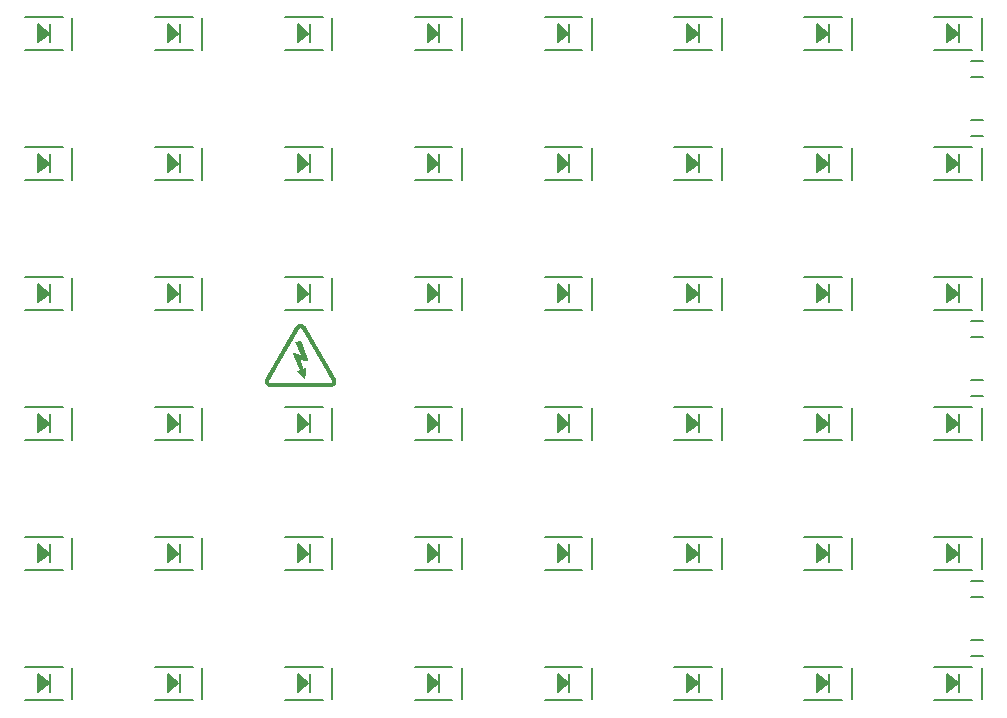
<source format=gbo>
G04 #@! TF.FileFunction,Legend,Bot*
%FSLAX46Y46*%
G04 Gerber Fmt 4.6, Leading zero omitted, Abs format (unit mm)*
G04 Created by KiCad (PCBNEW 4.0.1-stable) date 11.9.2016. 21:40:19*
%MOMM*%
G01*
G04 APERTURE LIST*
%ADD10C,0.100000*%
%ADD11C,0.150000*%
%ADD12C,0.010000*%
G04 APERTURE END LIST*
D10*
D11*
X182700000Y-92500000D02*
X182100000Y-91900000D01*
X182100000Y-91900000D02*
X182100000Y-93000000D01*
X182100000Y-93000000D02*
X182700000Y-92500000D01*
X182700000Y-92500000D02*
X182200000Y-92100000D01*
X182200000Y-92100000D02*
X182200000Y-92800000D01*
X182200000Y-92800000D02*
X182500000Y-92500000D01*
X182500000Y-92500000D02*
X182300000Y-92300000D01*
X182300000Y-92300000D02*
X182300000Y-92600000D01*
X182300000Y-92600000D02*
X182400000Y-92500000D01*
X182400000Y-92500000D02*
X182800000Y-92500000D01*
X183000000Y-91700000D02*
X183000000Y-93200000D01*
X182000000Y-91700000D02*
X182000000Y-93200000D01*
X182000000Y-93200000D02*
X182900000Y-92500000D01*
X182900000Y-92500000D02*
X182000000Y-91700000D01*
X184900000Y-93750000D02*
X184900000Y-93850000D01*
X184900000Y-91200000D02*
X184900000Y-93750000D01*
X180900000Y-93900000D02*
X184100000Y-93900000D01*
X184100000Y-91100000D02*
X180900000Y-91100000D01*
X182700000Y-114500000D02*
X182100000Y-113900000D01*
X182100000Y-113900000D02*
X182100000Y-115000000D01*
X182100000Y-115000000D02*
X182700000Y-114500000D01*
X182700000Y-114500000D02*
X182200000Y-114100000D01*
X182200000Y-114100000D02*
X182200000Y-114800000D01*
X182200000Y-114800000D02*
X182500000Y-114500000D01*
X182500000Y-114500000D02*
X182300000Y-114300000D01*
X182300000Y-114300000D02*
X182300000Y-114600000D01*
X182300000Y-114600000D02*
X182400000Y-114500000D01*
X182400000Y-114500000D02*
X182800000Y-114500000D01*
X183000000Y-113700000D02*
X183000000Y-115200000D01*
X182000000Y-113700000D02*
X182000000Y-115200000D01*
X182000000Y-115200000D02*
X182900000Y-114500000D01*
X182900000Y-114500000D02*
X182000000Y-113700000D01*
X184900000Y-115750000D02*
X184900000Y-115850000D01*
X184900000Y-113200000D02*
X184900000Y-115750000D01*
X180900000Y-115900000D02*
X184100000Y-115900000D01*
X184100000Y-113100000D02*
X180900000Y-113100000D01*
X171700000Y-114500000D02*
X171100000Y-113900000D01*
X171100000Y-113900000D02*
X171100000Y-115000000D01*
X171100000Y-115000000D02*
X171700000Y-114500000D01*
X171700000Y-114500000D02*
X171200000Y-114100000D01*
X171200000Y-114100000D02*
X171200000Y-114800000D01*
X171200000Y-114800000D02*
X171500000Y-114500000D01*
X171500000Y-114500000D02*
X171300000Y-114300000D01*
X171300000Y-114300000D02*
X171300000Y-114600000D01*
X171300000Y-114600000D02*
X171400000Y-114500000D01*
X171400000Y-114500000D02*
X171800000Y-114500000D01*
X172000000Y-113700000D02*
X172000000Y-115200000D01*
X171000000Y-113700000D02*
X171000000Y-115200000D01*
X171000000Y-115200000D02*
X171900000Y-114500000D01*
X171900000Y-114500000D02*
X171000000Y-113700000D01*
X173900000Y-115750000D02*
X173900000Y-115850000D01*
X173900000Y-113200000D02*
X173900000Y-115750000D01*
X169900000Y-115900000D02*
X173100000Y-115900000D01*
X173100000Y-113100000D02*
X169900000Y-113100000D01*
X160700000Y-114500000D02*
X160100000Y-113900000D01*
X160100000Y-113900000D02*
X160100000Y-115000000D01*
X160100000Y-115000000D02*
X160700000Y-114500000D01*
X160700000Y-114500000D02*
X160200000Y-114100000D01*
X160200000Y-114100000D02*
X160200000Y-114800000D01*
X160200000Y-114800000D02*
X160500000Y-114500000D01*
X160500000Y-114500000D02*
X160300000Y-114300000D01*
X160300000Y-114300000D02*
X160300000Y-114600000D01*
X160300000Y-114600000D02*
X160400000Y-114500000D01*
X160400000Y-114500000D02*
X160800000Y-114500000D01*
X161000000Y-113700000D02*
X161000000Y-115200000D01*
X160000000Y-113700000D02*
X160000000Y-115200000D01*
X160000000Y-115200000D02*
X160900000Y-114500000D01*
X160900000Y-114500000D02*
X160000000Y-113700000D01*
X162900000Y-115750000D02*
X162900000Y-115850000D01*
X162900000Y-113200000D02*
X162900000Y-115750000D01*
X158900000Y-115900000D02*
X162100000Y-115900000D01*
X162100000Y-113100000D02*
X158900000Y-113100000D01*
X149700000Y-114500000D02*
X149100000Y-113900000D01*
X149100000Y-113900000D02*
X149100000Y-115000000D01*
X149100000Y-115000000D02*
X149700000Y-114500000D01*
X149700000Y-114500000D02*
X149200000Y-114100000D01*
X149200000Y-114100000D02*
X149200000Y-114800000D01*
X149200000Y-114800000D02*
X149500000Y-114500000D01*
X149500000Y-114500000D02*
X149300000Y-114300000D01*
X149300000Y-114300000D02*
X149300000Y-114600000D01*
X149300000Y-114600000D02*
X149400000Y-114500000D01*
X149400000Y-114500000D02*
X149800000Y-114500000D01*
X150000000Y-113700000D02*
X150000000Y-115200000D01*
X149000000Y-113700000D02*
X149000000Y-115200000D01*
X149000000Y-115200000D02*
X149900000Y-114500000D01*
X149900000Y-114500000D02*
X149000000Y-113700000D01*
X151900000Y-115750000D02*
X151900000Y-115850000D01*
X151900000Y-113200000D02*
X151900000Y-115750000D01*
X147900000Y-115900000D02*
X151100000Y-115900000D01*
X151100000Y-113100000D02*
X147900000Y-113100000D01*
X138700000Y-114500000D02*
X138100000Y-113900000D01*
X138100000Y-113900000D02*
X138100000Y-115000000D01*
X138100000Y-115000000D02*
X138700000Y-114500000D01*
X138700000Y-114500000D02*
X138200000Y-114100000D01*
X138200000Y-114100000D02*
X138200000Y-114800000D01*
X138200000Y-114800000D02*
X138500000Y-114500000D01*
X138500000Y-114500000D02*
X138300000Y-114300000D01*
X138300000Y-114300000D02*
X138300000Y-114600000D01*
X138300000Y-114600000D02*
X138400000Y-114500000D01*
X138400000Y-114500000D02*
X138800000Y-114500000D01*
X139000000Y-113700000D02*
X139000000Y-115200000D01*
X138000000Y-113700000D02*
X138000000Y-115200000D01*
X138000000Y-115200000D02*
X138900000Y-114500000D01*
X138900000Y-114500000D02*
X138000000Y-113700000D01*
X140900000Y-115750000D02*
X140900000Y-115850000D01*
X140900000Y-113200000D02*
X140900000Y-115750000D01*
X136900000Y-115900000D02*
X140100000Y-115900000D01*
X140100000Y-113100000D02*
X136900000Y-113100000D01*
X127700000Y-114500000D02*
X127100000Y-113900000D01*
X127100000Y-113900000D02*
X127100000Y-115000000D01*
X127100000Y-115000000D02*
X127700000Y-114500000D01*
X127700000Y-114500000D02*
X127200000Y-114100000D01*
X127200000Y-114100000D02*
X127200000Y-114800000D01*
X127200000Y-114800000D02*
X127500000Y-114500000D01*
X127500000Y-114500000D02*
X127300000Y-114300000D01*
X127300000Y-114300000D02*
X127300000Y-114600000D01*
X127300000Y-114600000D02*
X127400000Y-114500000D01*
X127400000Y-114500000D02*
X127800000Y-114500000D01*
X128000000Y-113700000D02*
X128000000Y-115200000D01*
X127000000Y-113700000D02*
X127000000Y-115200000D01*
X127000000Y-115200000D02*
X127900000Y-114500000D01*
X127900000Y-114500000D02*
X127000000Y-113700000D01*
X129900000Y-115750000D02*
X129900000Y-115850000D01*
X129900000Y-113200000D02*
X129900000Y-115750000D01*
X125900000Y-115900000D02*
X129100000Y-115900000D01*
X129100000Y-113100000D02*
X125900000Y-113100000D01*
X116700000Y-114500000D02*
X116100000Y-113900000D01*
X116100000Y-113900000D02*
X116100000Y-115000000D01*
X116100000Y-115000000D02*
X116700000Y-114500000D01*
X116700000Y-114500000D02*
X116200000Y-114100000D01*
X116200000Y-114100000D02*
X116200000Y-114800000D01*
X116200000Y-114800000D02*
X116500000Y-114500000D01*
X116500000Y-114500000D02*
X116300000Y-114300000D01*
X116300000Y-114300000D02*
X116300000Y-114600000D01*
X116300000Y-114600000D02*
X116400000Y-114500000D01*
X116400000Y-114500000D02*
X116800000Y-114500000D01*
X117000000Y-113700000D02*
X117000000Y-115200000D01*
X116000000Y-113700000D02*
X116000000Y-115200000D01*
X116000000Y-115200000D02*
X116900000Y-114500000D01*
X116900000Y-114500000D02*
X116000000Y-113700000D01*
X118900000Y-115750000D02*
X118900000Y-115850000D01*
X118900000Y-113200000D02*
X118900000Y-115750000D01*
X114900000Y-115900000D02*
X118100000Y-115900000D01*
X118100000Y-113100000D02*
X114900000Y-113100000D01*
X105700000Y-114500000D02*
X105100000Y-113900000D01*
X105100000Y-113900000D02*
X105100000Y-115000000D01*
X105100000Y-115000000D02*
X105700000Y-114500000D01*
X105700000Y-114500000D02*
X105200000Y-114100000D01*
X105200000Y-114100000D02*
X105200000Y-114800000D01*
X105200000Y-114800000D02*
X105500000Y-114500000D01*
X105500000Y-114500000D02*
X105300000Y-114300000D01*
X105300000Y-114300000D02*
X105300000Y-114600000D01*
X105300000Y-114600000D02*
X105400000Y-114500000D01*
X105400000Y-114500000D02*
X105800000Y-114500000D01*
X106000000Y-113700000D02*
X106000000Y-115200000D01*
X105000000Y-113700000D02*
X105000000Y-115200000D01*
X105000000Y-115200000D02*
X105900000Y-114500000D01*
X105900000Y-114500000D02*
X105000000Y-113700000D01*
X107900000Y-115750000D02*
X107900000Y-115850000D01*
X107900000Y-113200000D02*
X107900000Y-115750000D01*
X103900000Y-115900000D02*
X107100000Y-115900000D01*
X107100000Y-113100000D02*
X103900000Y-113100000D01*
X182700000Y-103500000D02*
X182100000Y-102900000D01*
X182100000Y-102900000D02*
X182100000Y-104000000D01*
X182100000Y-104000000D02*
X182700000Y-103500000D01*
X182700000Y-103500000D02*
X182200000Y-103100000D01*
X182200000Y-103100000D02*
X182200000Y-103800000D01*
X182200000Y-103800000D02*
X182500000Y-103500000D01*
X182500000Y-103500000D02*
X182300000Y-103300000D01*
X182300000Y-103300000D02*
X182300000Y-103600000D01*
X182300000Y-103600000D02*
X182400000Y-103500000D01*
X182400000Y-103500000D02*
X182800000Y-103500000D01*
X183000000Y-102700000D02*
X183000000Y-104200000D01*
X182000000Y-102700000D02*
X182000000Y-104200000D01*
X182000000Y-104200000D02*
X182900000Y-103500000D01*
X182900000Y-103500000D02*
X182000000Y-102700000D01*
X184900000Y-104750000D02*
X184900000Y-104850000D01*
X184900000Y-102200000D02*
X184900000Y-104750000D01*
X180900000Y-104900000D02*
X184100000Y-104900000D01*
X184100000Y-102100000D02*
X180900000Y-102100000D01*
X171700000Y-103500000D02*
X171100000Y-102900000D01*
X171100000Y-102900000D02*
X171100000Y-104000000D01*
X171100000Y-104000000D02*
X171700000Y-103500000D01*
X171700000Y-103500000D02*
X171200000Y-103100000D01*
X171200000Y-103100000D02*
X171200000Y-103800000D01*
X171200000Y-103800000D02*
X171500000Y-103500000D01*
X171500000Y-103500000D02*
X171300000Y-103300000D01*
X171300000Y-103300000D02*
X171300000Y-103600000D01*
X171300000Y-103600000D02*
X171400000Y-103500000D01*
X171400000Y-103500000D02*
X171800000Y-103500000D01*
X172000000Y-102700000D02*
X172000000Y-104200000D01*
X171000000Y-102700000D02*
X171000000Y-104200000D01*
X171000000Y-104200000D02*
X171900000Y-103500000D01*
X171900000Y-103500000D02*
X171000000Y-102700000D01*
X173900000Y-104750000D02*
X173900000Y-104850000D01*
X173900000Y-102200000D02*
X173900000Y-104750000D01*
X169900000Y-104900000D02*
X173100000Y-104900000D01*
X173100000Y-102100000D02*
X169900000Y-102100000D01*
X160700000Y-103500000D02*
X160100000Y-102900000D01*
X160100000Y-102900000D02*
X160100000Y-104000000D01*
X160100000Y-104000000D02*
X160700000Y-103500000D01*
X160700000Y-103500000D02*
X160200000Y-103100000D01*
X160200000Y-103100000D02*
X160200000Y-103800000D01*
X160200000Y-103800000D02*
X160500000Y-103500000D01*
X160500000Y-103500000D02*
X160300000Y-103300000D01*
X160300000Y-103300000D02*
X160300000Y-103600000D01*
X160300000Y-103600000D02*
X160400000Y-103500000D01*
X160400000Y-103500000D02*
X160800000Y-103500000D01*
X161000000Y-102700000D02*
X161000000Y-104200000D01*
X160000000Y-102700000D02*
X160000000Y-104200000D01*
X160000000Y-104200000D02*
X160900000Y-103500000D01*
X160900000Y-103500000D02*
X160000000Y-102700000D01*
X162900000Y-104750000D02*
X162900000Y-104850000D01*
X162900000Y-102200000D02*
X162900000Y-104750000D01*
X158900000Y-104900000D02*
X162100000Y-104900000D01*
X162100000Y-102100000D02*
X158900000Y-102100000D01*
X149700000Y-103500000D02*
X149100000Y-102900000D01*
X149100000Y-102900000D02*
X149100000Y-104000000D01*
X149100000Y-104000000D02*
X149700000Y-103500000D01*
X149700000Y-103500000D02*
X149200000Y-103100000D01*
X149200000Y-103100000D02*
X149200000Y-103800000D01*
X149200000Y-103800000D02*
X149500000Y-103500000D01*
X149500000Y-103500000D02*
X149300000Y-103300000D01*
X149300000Y-103300000D02*
X149300000Y-103600000D01*
X149300000Y-103600000D02*
X149400000Y-103500000D01*
X149400000Y-103500000D02*
X149800000Y-103500000D01*
X150000000Y-102700000D02*
X150000000Y-104200000D01*
X149000000Y-102700000D02*
X149000000Y-104200000D01*
X149000000Y-104200000D02*
X149900000Y-103500000D01*
X149900000Y-103500000D02*
X149000000Y-102700000D01*
X151900000Y-104750000D02*
X151900000Y-104850000D01*
X151900000Y-102200000D02*
X151900000Y-104750000D01*
X147900000Y-104900000D02*
X151100000Y-104900000D01*
X151100000Y-102100000D02*
X147900000Y-102100000D01*
X138700000Y-103500000D02*
X138100000Y-102900000D01*
X138100000Y-102900000D02*
X138100000Y-104000000D01*
X138100000Y-104000000D02*
X138700000Y-103500000D01*
X138700000Y-103500000D02*
X138200000Y-103100000D01*
X138200000Y-103100000D02*
X138200000Y-103800000D01*
X138200000Y-103800000D02*
X138500000Y-103500000D01*
X138500000Y-103500000D02*
X138300000Y-103300000D01*
X138300000Y-103300000D02*
X138300000Y-103600000D01*
X138300000Y-103600000D02*
X138400000Y-103500000D01*
X138400000Y-103500000D02*
X138800000Y-103500000D01*
X139000000Y-102700000D02*
X139000000Y-104200000D01*
X138000000Y-102700000D02*
X138000000Y-104200000D01*
X138000000Y-104200000D02*
X138900000Y-103500000D01*
X138900000Y-103500000D02*
X138000000Y-102700000D01*
X140900000Y-104750000D02*
X140900000Y-104850000D01*
X140900000Y-102200000D02*
X140900000Y-104750000D01*
X136900000Y-104900000D02*
X140100000Y-104900000D01*
X140100000Y-102100000D02*
X136900000Y-102100000D01*
X127700000Y-103500000D02*
X127100000Y-102900000D01*
X127100000Y-102900000D02*
X127100000Y-104000000D01*
X127100000Y-104000000D02*
X127700000Y-103500000D01*
X127700000Y-103500000D02*
X127200000Y-103100000D01*
X127200000Y-103100000D02*
X127200000Y-103800000D01*
X127200000Y-103800000D02*
X127500000Y-103500000D01*
X127500000Y-103500000D02*
X127300000Y-103300000D01*
X127300000Y-103300000D02*
X127300000Y-103600000D01*
X127300000Y-103600000D02*
X127400000Y-103500000D01*
X127400000Y-103500000D02*
X127800000Y-103500000D01*
X128000000Y-102700000D02*
X128000000Y-104200000D01*
X127000000Y-102700000D02*
X127000000Y-104200000D01*
X127000000Y-104200000D02*
X127900000Y-103500000D01*
X127900000Y-103500000D02*
X127000000Y-102700000D01*
X129900000Y-104750000D02*
X129900000Y-104850000D01*
X129900000Y-102200000D02*
X129900000Y-104750000D01*
X125900000Y-104900000D02*
X129100000Y-104900000D01*
X129100000Y-102100000D02*
X125900000Y-102100000D01*
X116700000Y-103500000D02*
X116100000Y-102900000D01*
X116100000Y-102900000D02*
X116100000Y-104000000D01*
X116100000Y-104000000D02*
X116700000Y-103500000D01*
X116700000Y-103500000D02*
X116200000Y-103100000D01*
X116200000Y-103100000D02*
X116200000Y-103800000D01*
X116200000Y-103800000D02*
X116500000Y-103500000D01*
X116500000Y-103500000D02*
X116300000Y-103300000D01*
X116300000Y-103300000D02*
X116300000Y-103600000D01*
X116300000Y-103600000D02*
X116400000Y-103500000D01*
X116400000Y-103500000D02*
X116800000Y-103500000D01*
X117000000Y-102700000D02*
X117000000Y-104200000D01*
X116000000Y-102700000D02*
X116000000Y-104200000D01*
X116000000Y-104200000D02*
X116900000Y-103500000D01*
X116900000Y-103500000D02*
X116000000Y-102700000D01*
X118900000Y-104750000D02*
X118900000Y-104850000D01*
X118900000Y-102200000D02*
X118900000Y-104750000D01*
X114900000Y-104900000D02*
X118100000Y-104900000D01*
X118100000Y-102100000D02*
X114900000Y-102100000D01*
X105700000Y-103500000D02*
X105100000Y-102900000D01*
X105100000Y-102900000D02*
X105100000Y-104000000D01*
X105100000Y-104000000D02*
X105700000Y-103500000D01*
X105700000Y-103500000D02*
X105200000Y-103100000D01*
X105200000Y-103100000D02*
X105200000Y-103800000D01*
X105200000Y-103800000D02*
X105500000Y-103500000D01*
X105500000Y-103500000D02*
X105300000Y-103300000D01*
X105300000Y-103300000D02*
X105300000Y-103600000D01*
X105300000Y-103600000D02*
X105400000Y-103500000D01*
X105400000Y-103500000D02*
X105800000Y-103500000D01*
X106000000Y-102700000D02*
X106000000Y-104200000D01*
X105000000Y-102700000D02*
X105000000Y-104200000D01*
X105000000Y-104200000D02*
X105900000Y-103500000D01*
X105900000Y-103500000D02*
X105000000Y-102700000D01*
X107900000Y-104750000D02*
X107900000Y-104850000D01*
X107900000Y-102200000D02*
X107900000Y-104750000D01*
X103900000Y-104900000D02*
X107100000Y-104900000D01*
X107100000Y-102100000D02*
X103900000Y-102100000D01*
X171700000Y-92500000D02*
X171100000Y-91900000D01*
X171100000Y-91900000D02*
X171100000Y-93000000D01*
X171100000Y-93000000D02*
X171700000Y-92500000D01*
X171700000Y-92500000D02*
X171200000Y-92100000D01*
X171200000Y-92100000D02*
X171200000Y-92800000D01*
X171200000Y-92800000D02*
X171500000Y-92500000D01*
X171500000Y-92500000D02*
X171300000Y-92300000D01*
X171300000Y-92300000D02*
X171300000Y-92600000D01*
X171300000Y-92600000D02*
X171400000Y-92500000D01*
X171400000Y-92500000D02*
X171800000Y-92500000D01*
X172000000Y-91700000D02*
X172000000Y-93200000D01*
X171000000Y-91700000D02*
X171000000Y-93200000D01*
X171000000Y-93200000D02*
X171900000Y-92500000D01*
X171900000Y-92500000D02*
X171000000Y-91700000D01*
X173900000Y-93750000D02*
X173900000Y-93850000D01*
X173900000Y-91200000D02*
X173900000Y-93750000D01*
X169900000Y-93900000D02*
X173100000Y-93900000D01*
X173100000Y-91100000D02*
X169900000Y-91100000D01*
X160700000Y-92500000D02*
X160100000Y-91900000D01*
X160100000Y-91900000D02*
X160100000Y-93000000D01*
X160100000Y-93000000D02*
X160700000Y-92500000D01*
X160700000Y-92500000D02*
X160200000Y-92100000D01*
X160200000Y-92100000D02*
X160200000Y-92800000D01*
X160200000Y-92800000D02*
X160500000Y-92500000D01*
X160500000Y-92500000D02*
X160300000Y-92300000D01*
X160300000Y-92300000D02*
X160300000Y-92600000D01*
X160300000Y-92600000D02*
X160400000Y-92500000D01*
X160400000Y-92500000D02*
X160800000Y-92500000D01*
X161000000Y-91700000D02*
X161000000Y-93200000D01*
X160000000Y-91700000D02*
X160000000Y-93200000D01*
X160000000Y-93200000D02*
X160900000Y-92500000D01*
X160900000Y-92500000D02*
X160000000Y-91700000D01*
X162900000Y-93750000D02*
X162900000Y-93850000D01*
X162900000Y-91200000D02*
X162900000Y-93750000D01*
X158900000Y-93900000D02*
X162100000Y-93900000D01*
X162100000Y-91100000D02*
X158900000Y-91100000D01*
X149700000Y-92500000D02*
X149100000Y-91900000D01*
X149100000Y-91900000D02*
X149100000Y-93000000D01*
X149100000Y-93000000D02*
X149700000Y-92500000D01*
X149700000Y-92500000D02*
X149200000Y-92100000D01*
X149200000Y-92100000D02*
X149200000Y-92800000D01*
X149200000Y-92800000D02*
X149500000Y-92500000D01*
X149500000Y-92500000D02*
X149300000Y-92300000D01*
X149300000Y-92300000D02*
X149300000Y-92600000D01*
X149300000Y-92600000D02*
X149400000Y-92500000D01*
X149400000Y-92500000D02*
X149800000Y-92500000D01*
X150000000Y-91700000D02*
X150000000Y-93200000D01*
X149000000Y-91700000D02*
X149000000Y-93200000D01*
X149000000Y-93200000D02*
X149900000Y-92500000D01*
X149900000Y-92500000D02*
X149000000Y-91700000D01*
X151900000Y-93750000D02*
X151900000Y-93850000D01*
X151900000Y-91200000D02*
X151900000Y-93750000D01*
X147900000Y-93900000D02*
X151100000Y-93900000D01*
X151100000Y-91100000D02*
X147900000Y-91100000D01*
X138700000Y-92500000D02*
X138100000Y-91900000D01*
X138100000Y-91900000D02*
X138100000Y-93000000D01*
X138100000Y-93000000D02*
X138700000Y-92500000D01*
X138700000Y-92500000D02*
X138200000Y-92100000D01*
X138200000Y-92100000D02*
X138200000Y-92800000D01*
X138200000Y-92800000D02*
X138500000Y-92500000D01*
X138500000Y-92500000D02*
X138300000Y-92300000D01*
X138300000Y-92300000D02*
X138300000Y-92600000D01*
X138300000Y-92600000D02*
X138400000Y-92500000D01*
X138400000Y-92500000D02*
X138800000Y-92500000D01*
X139000000Y-91700000D02*
X139000000Y-93200000D01*
X138000000Y-91700000D02*
X138000000Y-93200000D01*
X138000000Y-93200000D02*
X138900000Y-92500000D01*
X138900000Y-92500000D02*
X138000000Y-91700000D01*
X140900000Y-93750000D02*
X140900000Y-93850000D01*
X140900000Y-91200000D02*
X140900000Y-93750000D01*
X136900000Y-93900000D02*
X140100000Y-93900000D01*
X140100000Y-91100000D02*
X136900000Y-91100000D01*
X127700000Y-92500000D02*
X127100000Y-91900000D01*
X127100000Y-91900000D02*
X127100000Y-93000000D01*
X127100000Y-93000000D02*
X127700000Y-92500000D01*
X127700000Y-92500000D02*
X127200000Y-92100000D01*
X127200000Y-92100000D02*
X127200000Y-92800000D01*
X127200000Y-92800000D02*
X127500000Y-92500000D01*
X127500000Y-92500000D02*
X127300000Y-92300000D01*
X127300000Y-92300000D02*
X127300000Y-92600000D01*
X127300000Y-92600000D02*
X127400000Y-92500000D01*
X127400000Y-92500000D02*
X127800000Y-92500000D01*
X128000000Y-91700000D02*
X128000000Y-93200000D01*
X127000000Y-91700000D02*
X127000000Y-93200000D01*
X127000000Y-93200000D02*
X127900000Y-92500000D01*
X127900000Y-92500000D02*
X127000000Y-91700000D01*
X129900000Y-93750000D02*
X129900000Y-93850000D01*
X129900000Y-91200000D02*
X129900000Y-93750000D01*
X125900000Y-93900000D02*
X129100000Y-93900000D01*
X129100000Y-91100000D02*
X125900000Y-91100000D01*
X116700000Y-92500000D02*
X116100000Y-91900000D01*
X116100000Y-91900000D02*
X116100000Y-93000000D01*
X116100000Y-93000000D02*
X116700000Y-92500000D01*
X116700000Y-92500000D02*
X116200000Y-92100000D01*
X116200000Y-92100000D02*
X116200000Y-92800000D01*
X116200000Y-92800000D02*
X116500000Y-92500000D01*
X116500000Y-92500000D02*
X116300000Y-92300000D01*
X116300000Y-92300000D02*
X116300000Y-92600000D01*
X116300000Y-92600000D02*
X116400000Y-92500000D01*
X116400000Y-92500000D02*
X116800000Y-92500000D01*
X117000000Y-91700000D02*
X117000000Y-93200000D01*
X116000000Y-91700000D02*
X116000000Y-93200000D01*
X116000000Y-93200000D02*
X116900000Y-92500000D01*
X116900000Y-92500000D02*
X116000000Y-91700000D01*
X118900000Y-93750000D02*
X118900000Y-93850000D01*
X118900000Y-91200000D02*
X118900000Y-93750000D01*
X114900000Y-93900000D02*
X118100000Y-93900000D01*
X118100000Y-91100000D02*
X114900000Y-91100000D01*
X105700000Y-92500000D02*
X105100000Y-91900000D01*
X105100000Y-91900000D02*
X105100000Y-93000000D01*
X105100000Y-93000000D02*
X105700000Y-92500000D01*
X105700000Y-92500000D02*
X105200000Y-92100000D01*
X105200000Y-92100000D02*
X105200000Y-92800000D01*
X105200000Y-92800000D02*
X105500000Y-92500000D01*
X105500000Y-92500000D02*
X105300000Y-92300000D01*
X105300000Y-92300000D02*
X105300000Y-92600000D01*
X105300000Y-92600000D02*
X105400000Y-92500000D01*
X105400000Y-92500000D02*
X105800000Y-92500000D01*
X106000000Y-91700000D02*
X106000000Y-93200000D01*
X105000000Y-91700000D02*
X105000000Y-93200000D01*
X105000000Y-93200000D02*
X105900000Y-92500000D01*
X105900000Y-92500000D02*
X105000000Y-91700000D01*
X107900000Y-93750000D02*
X107900000Y-93850000D01*
X107900000Y-91200000D02*
X107900000Y-93750000D01*
X103900000Y-93900000D02*
X107100000Y-93900000D01*
X107100000Y-91100000D02*
X103900000Y-91100000D01*
X182700000Y-81500000D02*
X182100000Y-80900000D01*
X182100000Y-80900000D02*
X182100000Y-82000000D01*
X182100000Y-82000000D02*
X182700000Y-81500000D01*
X182700000Y-81500000D02*
X182200000Y-81100000D01*
X182200000Y-81100000D02*
X182200000Y-81800000D01*
X182200000Y-81800000D02*
X182500000Y-81500000D01*
X182500000Y-81500000D02*
X182300000Y-81300000D01*
X182300000Y-81300000D02*
X182300000Y-81600000D01*
X182300000Y-81600000D02*
X182400000Y-81500000D01*
X182400000Y-81500000D02*
X182800000Y-81500000D01*
X183000000Y-80700000D02*
X183000000Y-82200000D01*
X182000000Y-80700000D02*
X182000000Y-82200000D01*
X182000000Y-82200000D02*
X182900000Y-81500000D01*
X182900000Y-81500000D02*
X182000000Y-80700000D01*
X184900000Y-82750000D02*
X184900000Y-82850000D01*
X184900000Y-80200000D02*
X184900000Y-82750000D01*
X180900000Y-82900000D02*
X184100000Y-82900000D01*
X184100000Y-80100000D02*
X180900000Y-80100000D01*
X171700000Y-81500000D02*
X171100000Y-80900000D01*
X171100000Y-80900000D02*
X171100000Y-82000000D01*
X171100000Y-82000000D02*
X171700000Y-81500000D01*
X171700000Y-81500000D02*
X171200000Y-81100000D01*
X171200000Y-81100000D02*
X171200000Y-81800000D01*
X171200000Y-81800000D02*
X171500000Y-81500000D01*
X171500000Y-81500000D02*
X171300000Y-81300000D01*
X171300000Y-81300000D02*
X171300000Y-81600000D01*
X171300000Y-81600000D02*
X171400000Y-81500000D01*
X171400000Y-81500000D02*
X171800000Y-81500000D01*
X172000000Y-80700000D02*
X172000000Y-82200000D01*
X171000000Y-80700000D02*
X171000000Y-82200000D01*
X171000000Y-82200000D02*
X171900000Y-81500000D01*
X171900000Y-81500000D02*
X171000000Y-80700000D01*
X173900000Y-82750000D02*
X173900000Y-82850000D01*
X173900000Y-80200000D02*
X173900000Y-82750000D01*
X169900000Y-82900000D02*
X173100000Y-82900000D01*
X173100000Y-80100000D02*
X169900000Y-80100000D01*
X160700000Y-81500000D02*
X160100000Y-80900000D01*
X160100000Y-80900000D02*
X160100000Y-82000000D01*
X160100000Y-82000000D02*
X160700000Y-81500000D01*
X160700000Y-81500000D02*
X160200000Y-81100000D01*
X160200000Y-81100000D02*
X160200000Y-81800000D01*
X160200000Y-81800000D02*
X160500000Y-81500000D01*
X160500000Y-81500000D02*
X160300000Y-81300000D01*
X160300000Y-81300000D02*
X160300000Y-81600000D01*
X160300000Y-81600000D02*
X160400000Y-81500000D01*
X160400000Y-81500000D02*
X160800000Y-81500000D01*
X161000000Y-80700000D02*
X161000000Y-82200000D01*
X160000000Y-80700000D02*
X160000000Y-82200000D01*
X160000000Y-82200000D02*
X160900000Y-81500000D01*
X160900000Y-81500000D02*
X160000000Y-80700000D01*
X162900000Y-82750000D02*
X162900000Y-82850000D01*
X162900000Y-80200000D02*
X162900000Y-82750000D01*
X158900000Y-82900000D02*
X162100000Y-82900000D01*
X162100000Y-80100000D02*
X158900000Y-80100000D01*
X149700000Y-81500000D02*
X149100000Y-80900000D01*
X149100000Y-80900000D02*
X149100000Y-82000000D01*
X149100000Y-82000000D02*
X149700000Y-81500000D01*
X149700000Y-81500000D02*
X149200000Y-81100000D01*
X149200000Y-81100000D02*
X149200000Y-81800000D01*
X149200000Y-81800000D02*
X149500000Y-81500000D01*
X149500000Y-81500000D02*
X149300000Y-81300000D01*
X149300000Y-81300000D02*
X149300000Y-81600000D01*
X149300000Y-81600000D02*
X149400000Y-81500000D01*
X149400000Y-81500000D02*
X149800000Y-81500000D01*
X150000000Y-80700000D02*
X150000000Y-82200000D01*
X149000000Y-80700000D02*
X149000000Y-82200000D01*
X149000000Y-82200000D02*
X149900000Y-81500000D01*
X149900000Y-81500000D02*
X149000000Y-80700000D01*
X151900000Y-82750000D02*
X151900000Y-82850000D01*
X151900000Y-80200000D02*
X151900000Y-82750000D01*
X147900000Y-82900000D02*
X151100000Y-82900000D01*
X151100000Y-80100000D02*
X147900000Y-80100000D01*
X138700000Y-81500000D02*
X138100000Y-80900000D01*
X138100000Y-80900000D02*
X138100000Y-82000000D01*
X138100000Y-82000000D02*
X138700000Y-81500000D01*
X138700000Y-81500000D02*
X138200000Y-81100000D01*
X138200000Y-81100000D02*
X138200000Y-81800000D01*
X138200000Y-81800000D02*
X138500000Y-81500000D01*
X138500000Y-81500000D02*
X138300000Y-81300000D01*
X138300000Y-81300000D02*
X138300000Y-81600000D01*
X138300000Y-81600000D02*
X138400000Y-81500000D01*
X138400000Y-81500000D02*
X138800000Y-81500000D01*
X139000000Y-80700000D02*
X139000000Y-82200000D01*
X138000000Y-80700000D02*
X138000000Y-82200000D01*
X138000000Y-82200000D02*
X138900000Y-81500000D01*
X138900000Y-81500000D02*
X138000000Y-80700000D01*
X140900000Y-82750000D02*
X140900000Y-82850000D01*
X140900000Y-80200000D02*
X140900000Y-82750000D01*
X136900000Y-82900000D02*
X140100000Y-82900000D01*
X140100000Y-80100000D02*
X136900000Y-80100000D01*
X127700000Y-81500000D02*
X127100000Y-80900000D01*
X127100000Y-80900000D02*
X127100000Y-82000000D01*
X127100000Y-82000000D02*
X127700000Y-81500000D01*
X127700000Y-81500000D02*
X127200000Y-81100000D01*
X127200000Y-81100000D02*
X127200000Y-81800000D01*
X127200000Y-81800000D02*
X127500000Y-81500000D01*
X127500000Y-81500000D02*
X127300000Y-81300000D01*
X127300000Y-81300000D02*
X127300000Y-81600000D01*
X127300000Y-81600000D02*
X127400000Y-81500000D01*
X127400000Y-81500000D02*
X127800000Y-81500000D01*
X128000000Y-80700000D02*
X128000000Y-82200000D01*
X127000000Y-80700000D02*
X127000000Y-82200000D01*
X127000000Y-82200000D02*
X127900000Y-81500000D01*
X127900000Y-81500000D02*
X127000000Y-80700000D01*
X129900000Y-82750000D02*
X129900000Y-82850000D01*
X129900000Y-80200000D02*
X129900000Y-82750000D01*
X125900000Y-82900000D02*
X129100000Y-82900000D01*
X129100000Y-80100000D02*
X125900000Y-80100000D01*
X116700000Y-81500000D02*
X116100000Y-80900000D01*
X116100000Y-80900000D02*
X116100000Y-82000000D01*
X116100000Y-82000000D02*
X116700000Y-81500000D01*
X116700000Y-81500000D02*
X116200000Y-81100000D01*
X116200000Y-81100000D02*
X116200000Y-81800000D01*
X116200000Y-81800000D02*
X116500000Y-81500000D01*
X116500000Y-81500000D02*
X116300000Y-81300000D01*
X116300000Y-81300000D02*
X116300000Y-81600000D01*
X116300000Y-81600000D02*
X116400000Y-81500000D01*
X116400000Y-81500000D02*
X116800000Y-81500000D01*
X117000000Y-80700000D02*
X117000000Y-82200000D01*
X116000000Y-80700000D02*
X116000000Y-82200000D01*
X116000000Y-82200000D02*
X116900000Y-81500000D01*
X116900000Y-81500000D02*
X116000000Y-80700000D01*
X118900000Y-82750000D02*
X118900000Y-82850000D01*
X118900000Y-80200000D02*
X118900000Y-82750000D01*
X114900000Y-82900000D02*
X118100000Y-82900000D01*
X118100000Y-80100000D02*
X114900000Y-80100000D01*
X105700000Y-81500000D02*
X105100000Y-80900000D01*
X105100000Y-80900000D02*
X105100000Y-82000000D01*
X105100000Y-82000000D02*
X105700000Y-81500000D01*
X105700000Y-81500000D02*
X105200000Y-81100000D01*
X105200000Y-81100000D02*
X105200000Y-81800000D01*
X105200000Y-81800000D02*
X105500000Y-81500000D01*
X105500000Y-81500000D02*
X105300000Y-81300000D01*
X105300000Y-81300000D02*
X105300000Y-81600000D01*
X105300000Y-81600000D02*
X105400000Y-81500000D01*
X105400000Y-81500000D02*
X105800000Y-81500000D01*
X106000000Y-80700000D02*
X106000000Y-82200000D01*
X105000000Y-80700000D02*
X105000000Y-82200000D01*
X105000000Y-82200000D02*
X105900000Y-81500000D01*
X105900000Y-81500000D02*
X105000000Y-80700000D01*
X107900000Y-82750000D02*
X107900000Y-82850000D01*
X107900000Y-80200000D02*
X107900000Y-82750000D01*
X103900000Y-82900000D02*
X107100000Y-82900000D01*
X107100000Y-80100000D02*
X103900000Y-80100000D01*
X182700000Y-70500000D02*
X182100000Y-69900000D01*
X182100000Y-69900000D02*
X182100000Y-71000000D01*
X182100000Y-71000000D02*
X182700000Y-70500000D01*
X182700000Y-70500000D02*
X182200000Y-70100000D01*
X182200000Y-70100000D02*
X182200000Y-70800000D01*
X182200000Y-70800000D02*
X182500000Y-70500000D01*
X182500000Y-70500000D02*
X182300000Y-70300000D01*
X182300000Y-70300000D02*
X182300000Y-70600000D01*
X182300000Y-70600000D02*
X182400000Y-70500000D01*
X182400000Y-70500000D02*
X182800000Y-70500000D01*
X183000000Y-69700000D02*
X183000000Y-71200000D01*
X182000000Y-69700000D02*
X182000000Y-71200000D01*
X182000000Y-71200000D02*
X182900000Y-70500000D01*
X182900000Y-70500000D02*
X182000000Y-69700000D01*
X184900000Y-71750000D02*
X184900000Y-71850000D01*
X184900000Y-69200000D02*
X184900000Y-71750000D01*
X180900000Y-71900000D02*
X184100000Y-71900000D01*
X184100000Y-69100000D02*
X180900000Y-69100000D01*
X171700000Y-70500000D02*
X171100000Y-69900000D01*
X171100000Y-69900000D02*
X171100000Y-71000000D01*
X171100000Y-71000000D02*
X171700000Y-70500000D01*
X171700000Y-70500000D02*
X171200000Y-70100000D01*
X171200000Y-70100000D02*
X171200000Y-70800000D01*
X171200000Y-70800000D02*
X171500000Y-70500000D01*
X171500000Y-70500000D02*
X171300000Y-70300000D01*
X171300000Y-70300000D02*
X171300000Y-70600000D01*
X171300000Y-70600000D02*
X171400000Y-70500000D01*
X171400000Y-70500000D02*
X171800000Y-70500000D01*
X172000000Y-69700000D02*
X172000000Y-71200000D01*
X171000000Y-69700000D02*
X171000000Y-71200000D01*
X171000000Y-71200000D02*
X171900000Y-70500000D01*
X171900000Y-70500000D02*
X171000000Y-69700000D01*
X173900000Y-71750000D02*
X173900000Y-71850000D01*
X173900000Y-69200000D02*
X173900000Y-71750000D01*
X169900000Y-71900000D02*
X173100000Y-71900000D01*
X173100000Y-69100000D02*
X169900000Y-69100000D01*
X160700000Y-70500000D02*
X160100000Y-69900000D01*
X160100000Y-69900000D02*
X160100000Y-71000000D01*
X160100000Y-71000000D02*
X160700000Y-70500000D01*
X160700000Y-70500000D02*
X160200000Y-70100000D01*
X160200000Y-70100000D02*
X160200000Y-70800000D01*
X160200000Y-70800000D02*
X160500000Y-70500000D01*
X160500000Y-70500000D02*
X160300000Y-70300000D01*
X160300000Y-70300000D02*
X160300000Y-70600000D01*
X160300000Y-70600000D02*
X160400000Y-70500000D01*
X160400000Y-70500000D02*
X160800000Y-70500000D01*
X161000000Y-69700000D02*
X161000000Y-71200000D01*
X160000000Y-69700000D02*
X160000000Y-71200000D01*
X160000000Y-71200000D02*
X160900000Y-70500000D01*
X160900000Y-70500000D02*
X160000000Y-69700000D01*
X162900000Y-71750000D02*
X162900000Y-71850000D01*
X162900000Y-69200000D02*
X162900000Y-71750000D01*
X158900000Y-71900000D02*
X162100000Y-71900000D01*
X162100000Y-69100000D02*
X158900000Y-69100000D01*
X149700000Y-70500000D02*
X149100000Y-69900000D01*
X149100000Y-69900000D02*
X149100000Y-71000000D01*
X149100000Y-71000000D02*
X149700000Y-70500000D01*
X149700000Y-70500000D02*
X149200000Y-70100000D01*
X149200000Y-70100000D02*
X149200000Y-70800000D01*
X149200000Y-70800000D02*
X149500000Y-70500000D01*
X149500000Y-70500000D02*
X149300000Y-70300000D01*
X149300000Y-70300000D02*
X149300000Y-70600000D01*
X149300000Y-70600000D02*
X149400000Y-70500000D01*
X149400000Y-70500000D02*
X149800000Y-70500000D01*
X150000000Y-69700000D02*
X150000000Y-71200000D01*
X149000000Y-69700000D02*
X149000000Y-71200000D01*
X149000000Y-71200000D02*
X149900000Y-70500000D01*
X149900000Y-70500000D02*
X149000000Y-69700000D01*
X151900000Y-71750000D02*
X151900000Y-71850000D01*
X151900000Y-69200000D02*
X151900000Y-71750000D01*
X147900000Y-71900000D02*
X151100000Y-71900000D01*
X151100000Y-69100000D02*
X147900000Y-69100000D01*
X138700000Y-70500000D02*
X138100000Y-69900000D01*
X138100000Y-69900000D02*
X138100000Y-71000000D01*
X138100000Y-71000000D02*
X138700000Y-70500000D01*
X138700000Y-70500000D02*
X138200000Y-70100000D01*
X138200000Y-70100000D02*
X138200000Y-70800000D01*
X138200000Y-70800000D02*
X138500000Y-70500000D01*
X138500000Y-70500000D02*
X138300000Y-70300000D01*
X138300000Y-70300000D02*
X138300000Y-70600000D01*
X138300000Y-70600000D02*
X138400000Y-70500000D01*
X138400000Y-70500000D02*
X138800000Y-70500000D01*
X139000000Y-69700000D02*
X139000000Y-71200000D01*
X138000000Y-69700000D02*
X138000000Y-71200000D01*
X138000000Y-71200000D02*
X138900000Y-70500000D01*
X138900000Y-70500000D02*
X138000000Y-69700000D01*
X140900000Y-71750000D02*
X140900000Y-71850000D01*
X140900000Y-69200000D02*
X140900000Y-71750000D01*
X136900000Y-71900000D02*
X140100000Y-71900000D01*
X140100000Y-69100000D02*
X136900000Y-69100000D01*
X127700000Y-70500000D02*
X127100000Y-69900000D01*
X127100000Y-69900000D02*
X127100000Y-71000000D01*
X127100000Y-71000000D02*
X127700000Y-70500000D01*
X127700000Y-70500000D02*
X127200000Y-70100000D01*
X127200000Y-70100000D02*
X127200000Y-70800000D01*
X127200000Y-70800000D02*
X127500000Y-70500000D01*
X127500000Y-70500000D02*
X127300000Y-70300000D01*
X127300000Y-70300000D02*
X127300000Y-70600000D01*
X127300000Y-70600000D02*
X127400000Y-70500000D01*
X127400000Y-70500000D02*
X127800000Y-70500000D01*
X128000000Y-69700000D02*
X128000000Y-71200000D01*
X127000000Y-69700000D02*
X127000000Y-71200000D01*
X127000000Y-71200000D02*
X127900000Y-70500000D01*
X127900000Y-70500000D02*
X127000000Y-69700000D01*
X129900000Y-71750000D02*
X129900000Y-71850000D01*
X129900000Y-69200000D02*
X129900000Y-71750000D01*
X125900000Y-71900000D02*
X129100000Y-71900000D01*
X129100000Y-69100000D02*
X125900000Y-69100000D01*
X116700000Y-70500000D02*
X116100000Y-69900000D01*
X116100000Y-69900000D02*
X116100000Y-71000000D01*
X116100000Y-71000000D02*
X116700000Y-70500000D01*
X116700000Y-70500000D02*
X116200000Y-70100000D01*
X116200000Y-70100000D02*
X116200000Y-70800000D01*
X116200000Y-70800000D02*
X116500000Y-70500000D01*
X116500000Y-70500000D02*
X116300000Y-70300000D01*
X116300000Y-70300000D02*
X116300000Y-70600000D01*
X116300000Y-70600000D02*
X116400000Y-70500000D01*
X116400000Y-70500000D02*
X116800000Y-70500000D01*
X117000000Y-69700000D02*
X117000000Y-71200000D01*
X116000000Y-69700000D02*
X116000000Y-71200000D01*
X116000000Y-71200000D02*
X116900000Y-70500000D01*
X116900000Y-70500000D02*
X116000000Y-69700000D01*
X118900000Y-71750000D02*
X118900000Y-71850000D01*
X118900000Y-69200000D02*
X118900000Y-71750000D01*
X114900000Y-71900000D02*
X118100000Y-71900000D01*
X118100000Y-69100000D02*
X114900000Y-69100000D01*
X105700000Y-70500000D02*
X105100000Y-69900000D01*
X105100000Y-69900000D02*
X105100000Y-71000000D01*
X105100000Y-71000000D02*
X105700000Y-70500000D01*
X105700000Y-70500000D02*
X105200000Y-70100000D01*
X105200000Y-70100000D02*
X105200000Y-70800000D01*
X105200000Y-70800000D02*
X105500000Y-70500000D01*
X105500000Y-70500000D02*
X105300000Y-70300000D01*
X105300000Y-70300000D02*
X105300000Y-70600000D01*
X105300000Y-70600000D02*
X105400000Y-70500000D01*
X105400000Y-70500000D02*
X105800000Y-70500000D01*
X106000000Y-69700000D02*
X106000000Y-71200000D01*
X105000000Y-69700000D02*
X105000000Y-71200000D01*
X105000000Y-71200000D02*
X105900000Y-70500000D01*
X105900000Y-70500000D02*
X105000000Y-69700000D01*
X107900000Y-71750000D02*
X107900000Y-71850000D01*
X107900000Y-69200000D02*
X107900000Y-71750000D01*
X103900000Y-71900000D02*
X107100000Y-71900000D01*
X107100000Y-69100000D02*
X103900000Y-69100000D01*
X182700000Y-59500000D02*
X182100000Y-58900000D01*
X182100000Y-58900000D02*
X182100000Y-60000000D01*
X182100000Y-60000000D02*
X182700000Y-59500000D01*
X182700000Y-59500000D02*
X182200000Y-59100000D01*
X182200000Y-59100000D02*
X182200000Y-59800000D01*
X182200000Y-59800000D02*
X182500000Y-59500000D01*
X182500000Y-59500000D02*
X182300000Y-59300000D01*
X182300000Y-59300000D02*
X182300000Y-59600000D01*
X182300000Y-59600000D02*
X182400000Y-59500000D01*
X182400000Y-59500000D02*
X182800000Y-59500000D01*
X183000000Y-58700000D02*
X183000000Y-60200000D01*
X182000000Y-58700000D02*
X182000000Y-60200000D01*
X182000000Y-60200000D02*
X182900000Y-59500000D01*
X182900000Y-59500000D02*
X182000000Y-58700000D01*
X184900000Y-60750000D02*
X184900000Y-60850000D01*
X184900000Y-58200000D02*
X184900000Y-60750000D01*
X180900000Y-60900000D02*
X184100000Y-60900000D01*
X184100000Y-58100000D02*
X180900000Y-58100000D01*
X171700000Y-59500000D02*
X171100000Y-58900000D01*
X171100000Y-58900000D02*
X171100000Y-60000000D01*
X171100000Y-60000000D02*
X171700000Y-59500000D01*
X171700000Y-59500000D02*
X171200000Y-59100000D01*
X171200000Y-59100000D02*
X171200000Y-59800000D01*
X171200000Y-59800000D02*
X171500000Y-59500000D01*
X171500000Y-59500000D02*
X171300000Y-59300000D01*
X171300000Y-59300000D02*
X171300000Y-59600000D01*
X171300000Y-59600000D02*
X171400000Y-59500000D01*
X171400000Y-59500000D02*
X171800000Y-59500000D01*
X172000000Y-58700000D02*
X172000000Y-60200000D01*
X171000000Y-58700000D02*
X171000000Y-60200000D01*
X171000000Y-60200000D02*
X171900000Y-59500000D01*
X171900000Y-59500000D02*
X171000000Y-58700000D01*
X173900000Y-60750000D02*
X173900000Y-60850000D01*
X173900000Y-58200000D02*
X173900000Y-60750000D01*
X169900000Y-60900000D02*
X173100000Y-60900000D01*
X173100000Y-58100000D02*
X169900000Y-58100000D01*
X160700000Y-59500000D02*
X160100000Y-58900000D01*
X160100000Y-58900000D02*
X160100000Y-60000000D01*
X160100000Y-60000000D02*
X160700000Y-59500000D01*
X160700000Y-59500000D02*
X160200000Y-59100000D01*
X160200000Y-59100000D02*
X160200000Y-59800000D01*
X160200000Y-59800000D02*
X160500000Y-59500000D01*
X160500000Y-59500000D02*
X160300000Y-59300000D01*
X160300000Y-59300000D02*
X160300000Y-59600000D01*
X160300000Y-59600000D02*
X160400000Y-59500000D01*
X160400000Y-59500000D02*
X160800000Y-59500000D01*
X161000000Y-58700000D02*
X161000000Y-60200000D01*
X160000000Y-58700000D02*
X160000000Y-60200000D01*
X160000000Y-60200000D02*
X160900000Y-59500000D01*
X160900000Y-59500000D02*
X160000000Y-58700000D01*
X162900000Y-60750000D02*
X162900000Y-60850000D01*
X162900000Y-58200000D02*
X162900000Y-60750000D01*
X158900000Y-60900000D02*
X162100000Y-60900000D01*
X162100000Y-58100000D02*
X158900000Y-58100000D01*
X149700000Y-59500000D02*
X149100000Y-58900000D01*
X149100000Y-58900000D02*
X149100000Y-60000000D01*
X149100000Y-60000000D02*
X149700000Y-59500000D01*
X149700000Y-59500000D02*
X149200000Y-59100000D01*
X149200000Y-59100000D02*
X149200000Y-59800000D01*
X149200000Y-59800000D02*
X149500000Y-59500000D01*
X149500000Y-59500000D02*
X149300000Y-59300000D01*
X149300000Y-59300000D02*
X149300000Y-59600000D01*
X149300000Y-59600000D02*
X149400000Y-59500000D01*
X149400000Y-59500000D02*
X149800000Y-59500000D01*
X150000000Y-58700000D02*
X150000000Y-60200000D01*
X149000000Y-58700000D02*
X149000000Y-60200000D01*
X149000000Y-60200000D02*
X149900000Y-59500000D01*
X149900000Y-59500000D02*
X149000000Y-58700000D01*
X151900000Y-60750000D02*
X151900000Y-60850000D01*
X151900000Y-58200000D02*
X151900000Y-60750000D01*
X147900000Y-60900000D02*
X151100000Y-60900000D01*
X151100000Y-58100000D02*
X147900000Y-58100000D01*
X138700000Y-59500000D02*
X138100000Y-58900000D01*
X138100000Y-58900000D02*
X138100000Y-60000000D01*
X138100000Y-60000000D02*
X138700000Y-59500000D01*
X138700000Y-59500000D02*
X138200000Y-59100000D01*
X138200000Y-59100000D02*
X138200000Y-59800000D01*
X138200000Y-59800000D02*
X138500000Y-59500000D01*
X138500000Y-59500000D02*
X138300000Y-59300000D01*
X138300000Y-59300000D02*
X138300000Y-59600000D01*
X138300000Y-59600000D02*
X138400000Y-59500000D01*
X138400000Y-59500000D02*
X138800000Y-59500000D01*
X139000000Y-58700000D02*
X139000000Y-60200000D01*
X138000000Y-58700000D02*
X138000000Y-60200000D01*
X138000000Y-60200000D02*
X138900000Y-59500000D01*
X138900000Y-59500000D02*
X138000000Y-58700000D01*
X140900000Y-60750000D02*
X140900000Y-60850000D01*
X140900000Y-58200000D02*
X140900000Y-60750000D01*
X136900000Y-60900000D02*
X140100000Y-60900000D01*
X140100000Y-58100000D02*
X136900000Y-58100000D01*
X127700000Y-59500000D02*
X127100000Y-58900000D01*
X127100000Y-58900000D02*
X127100000Y-60000000D01*
X127100000Y-60000000D02*
X127700000Y-59500000D01*
X127700000Y-59500000D02*
X127200000Y-59100000D01*
X127200000Y-59100000D02*
X127200000Y-59800000D01*
X127200000Y-59800000D02*
X127500000Y-59500000D01*
X127500000Y-59500000D02*
X127300000Y-59300000D01*
X127300000Y-59300000D02*
X127300000Y-59600000D01*
X127300000Y-59600000D02*
X127400000Y-59500000D01*
X127400000Y-59500000D02*
X127800000Y-59500000D01*
X128000000Y-58700000D02*
X128000000Y-60200000D01*
X127000000Y-58700000D02*
X127000000Y-60200000D01*
X127000000Y-60200000D02*
X127900000Y-59500000D01*
X127900000Y-59500000D02*
X127000000Y-58700000D01*
X129900000Y-60750000D02*
X129900000Y-60850000D01*
X129900000Y-58200000D02*
X129900000Y-60750000D01*
X125900000Y-60900000D02*
X129100000Y-60900000D01*
X129100000Y-58100000D02*
X125900000Y-58100000D01*
X116700000Y-59500000D02*
X116100000Y-58900000D01*
X116100000Y-58900000D02*
X116100000Y-60000000D01*
X116100000Y-60000000D02*
X116700000Y-59500000D01*
X116700000Y-59500000D02*
X116200000Y-59100000D01*
X116200000Y-59100000D02*
X116200000Y-59800000D01*
X116200000Y-59800000D02*
X116500000Y-59500000D01*
X116500000Y-59500000D02*
X116300000Y-59300000D01*
X116300000Y-59300000D02*
X116300000Y-59600000D01*
X116300000Y-59600000D02*
X116400000Y-59500000D01*
X116400000Y-59500000D02*
X116800000Y-59500000D01*
X117000000Y-58700000D02*
X117000000Y-60200000D01*
X116000000Y-58700000D02*
X116000000Y-60200000D01*
X116000000Y-60200000D02*
X116900000Y-59500000D01*
X116900000Y-59500000D02*
X116000000Y-58700000D01*
X118900000Y-60750000D02*
X118900000Y-60850000D01*
X118900000Y-58200000D02*
X118900000Y-60750000D01*
X114900000Y-60900000D02*
X118100000Y-60900000D01*
X118100000Y-58100000D02*
X114900000Y-58100000D01*
X105700000Y-59500000D02*
X105100000Y-58900000D01*
X105100000Y-58900000D02*
X105100000Y-60000000D01*
X105100000Y-60000000D02*
X105700000Y-59500000D01*
X105700000Y-59500000D02*
X105200000Y-59100000D01*
X105200000Y-59100000D02*
X105200000Y-59800000D01*
X105200000Y-59800000D02*
X105500000Y-59500000D01*
X105500000Y-59500000D02*
X105300000Y-59300000D01*
X105300000Y-59300000D02*
X105300000Y-59600000D01*
X105300000Y-59600000D02*
X105400000Y-59500000D01*
X105400000Y-59500000D02*
X105800000Y-59500000D01*
X106000000Y-58700000D02*
X106000000Y-60200000D01*
X105000000Y-58700000D02*
X105000000Y-60200000D01*
X105000000Y-60200000D02*
X105900000Y-59500000D01*
X105900000Y-59500000D02*
X105000000Y-58700000D01*
X107900000Y-60750000D02*
X107900000Y-60850000D01*
X107900000Y-58200000D02*
X107900000Y-60750000D01*
X103900000Y-60900000D02*
X107100000Y-60900000D01*
X107100000Y-58100000D02*
X103900000Y-58100000D01*
X185000000Y-66825000D02*
X184000000Y-66825000D01*
X184000000Y-68175000D02*
X185000000Y-68175000D01*
X185000000Y-61825000D02*
X184000000Y-61825000D01*
X184000000Y-63175000D02*
X185000000Y-63175000D01*
X185000000Y-83825000D02*
X184000000Y-83825000D01*
X184000000Y-85175000D02*
X185000000Y-85175000D01*
X185000000Y-88825000D02*
X184000000Y-88825000D01*
X184000000Y-90175000D02*
X185000000Y-90175000D01*
X185000000Y-105825000D02*
X184000000Y-105825000D01*
X184000000Y-107175000D02*
X185000000Y-107175000D01*
X185000000Y-110825000D02*
X184000000Y-110825000D01*
X184000000Y-112175000D02*
X185000000Y-112175000D01*
D12*
G36*
X127137429Y-84062590D02*
X127102771Y-84069293D01*
X127057312Y-84084309D01*
X127009882Y-84105867D01*
X126965428Y-84131588D01*
X126947958Y-84143705D01*
X126925559Y-84162096D01*
X126899324Y-84186470D01*
X126872240Y-84213817D01*
X126847292Y-84241128D01*
X126828197Y-84264423D01*
X126815604Y-84281054D01*
X126803926Y-84296419D01*
X126800344Y-84301112D01*
X126793178Y-84311662D01*
X126782064Y-84329390D01*
X126768630Y-84351657D01*
X126756897Y-84371667D01*
X126736318Y-84407274D01*
X126713829Y-84446246D01*
X126690223Y-84487203D01*
X126666292Y-84528768D01*
X126642828Y-84569563D01*
X126620623Y-84608208D01*
X126600469Y-84643325D01*
X126583159Y-84673537D01*
X126569485Y-84697464D01*
X126560238Y-84713729D01*
X126557387Y-84718800D01*
X126549457Y-84732826D01*
X126536294Y-84755824D01*
X126518351Y-84787015D01*
X126496079Y-84825618D01*
X126469928Y-84870851D01*
X126440350Y-84921935D01*
X126407796Y-84978087D01*
X126372717Y-85038527D01*
X126360897Y-85058878D01*
X126337415Y-85099331D01*
X126317468Y-85133751D01*
X126301767Y-85160909D01*
X126291023Y-85179578D01*
X126290813Y-85179945D01*
X126283954Y-85191916D01*
X126273009Y-85211013D01*
X126259507Y-85234569D01*
X126245520Y-85258968D01*
X126229299Y-85287277D01*
X126212519Y-85316592D01*
X126197391Y-85343049D01*
X126188028Y-85359445D01*
X126174130Y-85383654D01*
X126159411Y-85409048D01*
X126147135Y-85430000D01*
X126137402Y-85446542D01*
X126128263Y-85462301D01*
X126118200Y-85479938D01*
X126105695Y-85502112D01*
X126089230Y-85531484D01*
X126089165Y-85531600D01*
X126081127Y-85545689D01*
X126068808Y-85566949D01*
X126053687Y-85592844D01*
X126037242Y-85620835D01*
X126031613Y-85630378D01*
X126014714Y-85659142D01*
X125998329Y-85687302D01*
X125984050Y-85712101D01*
X125973470Y-85730784D01*
X125971247Y-85734800D01*
X125962461Y-85750478D01*
X125949383Y-85773383D01*
X125933450Y-85801018D01*
X125916100Y-85830886D01*
X125906281Y-85847689D01*
X125886452Y-85881644D01*
X125863280Y-85921481D01*
X125839035Y-85963285D01*
X125815989Y-86003146D01*
X125804737Y-86022667D01*
X125787319Y-86052901D01*
X125765629Y-86090507D01*
X125741051Y-86133086D01*
X125714971Y-86178243D01*
X125688772Y-86223578D01*
X125664600Y-86265378D01*
X125640669Y-86306770D01*
X125616480Y-86348654D01*
X125593192Y-86389017D01*
X125571966Y-86425847D01*
X125553963Y-86457129D01*
X125540344Y-86480853D01*
X125539293Y-86482689D01*
X125524705Y-86508099D01*
X125511795Y-86530455D01*
X125501765Y-86547687D01*
X125495816Y-86557721D01*
X125495090Y-86558889D01*
X125490755Y-86566153D01*
X125481727Y-86581637D01*
X125468918Y-86603763D01*
X125453242Y-86630952D01*
X125435611Y-86661625D01*
X125429786Y-86671778D01*
X125411228Y-86704121D01*
X125393876Y-86734325D01*
X125378767Y-86760589D01*
X125366936Y-86781113D01*
X125359421Y-86794094D01*
X125358335Y-86795956D01*
X125350228Y-86810048D01*
X125338726Y-86830353D01*
X125325901Y-86853207D01*
X125321630Y-86860867D01*
X125300643Y-86898277D01*
X125280195Y-86934191D01*
X125261615Y-86966300D01*
X125246235Y-86992297D01*
X125238599Y-87004800D01*
X125230974Y-87017437D01*
X125219362Y-87037172D01*
X125205351Y-87061285D01*
X125190767Y-87086645D01*
X125175281Y-87113649D01*
X125156092Y-87147001D01*
X125135168Y-87183288D01*
X125114477Y-87219096D01*
X125104562Y-87236223D01*
X125090419Y-87260667D01*
X125071587Y-87293270D01*
X125049002Y-87332407D01*
X125023603Y-87376450D01*
X124996328Y-87423773D01*
X124968115Y-87472749D01*
X124939902Y-87521752D01*
X124932059Y-87535378D01*
X124889652Y-87609057D01*
X124852191Y-87674120D01*
X124819000Y-87731737D01*
X124789401Y-87783083D01*
X124762720Y-87829328D01*
X124738280Y-87871645D01*
X124715403Y-87911207D01*
X124693413Y-87949185D01*
X124671635Y-87986752D01*
X124661704Y-88003867D01*
X124647628Y-88028186D01*
X124628867Y-88060693D01*
X124606349Y-88099778D01*
X124580998Y-88143833D01*
X124553740Y-88191248D01*
X124525501Y-88240415D01*
X124497207Y-88289725D01*
X124487964Y-88305845D01*
X124461882Y-88351269D01*
X124437237Y-88394056D01*
X124414657Y-88433126D01*
X124394769Y-88467398D01*
X124378202Y-88495792D01*
X124365584Y-88517226D01*
X124357544Y-88530620D01*
X124355110Y-88534445D01*
X124344530Y-88551364D01*
X124330739Y-88576001D01*
X124315049Y-88605734D01*
X124298774Y-88637937D01*
X124283225Y-88669987D01*
X124269714Y-88699260D01*
X124259556Y-88723131D01*
X124256027Y-88732557D01*
X124239039Y-88793424D01*
X124228617Y-88856942D01*
X124225018Y-88919974D01*
X124228497Y-88979383D01*
X124233427Y-89008935D01*
X124252387Y-89072534D01*
X124280884Y-89130425D01*
X124318538Y-89182296D01*
X124364972Y-89227835D01*
X124419807Y-89266731D01*
X124482663Y-89298671D01*
X124553162Y-89323345D01*
X124630926Y-89340440D01*
X124637422Y-89341466D01*
X124644230Y-89342038D01*
X124657172Y-89342583D01*
X124676466Y-89343100D01*
X124702328Y-89343592D01*
X124734978Y-89344058D01*
X124774632Y-89344499D01*
X124821508Y-89344915D01*
X124875824Y-89345309D01*
X124937798Y-89345679D01*
X125007647Y-89346027D01*
X125085589Y-89346354D01*
X125171843Y-89346660D01*
X125266624Y-89346946D01*
X125370152Y-89347212D01*
X125482644Y-89347460D01*
X125604317Y-89347689D01*
X125735389Y-89347901D01*
X125876079Y-89348096D01*
X126026603Y-89348275D01*
X126187180Y-89348439D01*
X126358027Y-89348588D01*
X126539361Y-89348722D01*
X126731402Y-89348844D01*
X126934365Y-89348952D01*
X127078644Y-89349019D01*
X127244067Y-89349083D01*
X127407261Y-89349130D01*
X127567830Y-89349161D01*
X127725376Y-89349175D01*
X127879501Y-89349173D01*
X128029808Y-89349155D01*
X128175899Y-89349123D01*
X128317376Y-89349075D01*
X128453842Y-89349013D01*
X128584899Y-89348937D01*
X128710149Y-89348848D01*
X128829195Y-89348745D01*
X128941640Y-89348629D01*
X129047084Y-89348500D01*
X129145131Y-89348359D01*
X129235384Y-89348207D01*
X129317443Y-89348042D01*
X129390913Y-89347867D01*
X129455395Y-89347681D01*
X129510491Y-89347484D01*
X129555804Y-89347278D01*
X129590936Y-89347062D01*
X129615490Y-89346836D01*
X129627111Y-89346653D01*
X129673149Y-89345533D01*
X129709701Y-89344411D01*
X129738570Y-89343127D01*
X129761558Y-89341518D01*
X129780468Y-89339423D01*
X129797103Y-89336682D01*
X129813264Y-89333131D01*
X129830754Y-89328611D01*
X129831805Y-89328327D01*
X129884994Y-89310556D01*
X126675067Y-89310556D01*
X126672244Y-89313378D01*
X126669422Y-89310556D01*
X126672244Y-89307734D01*
X126675067Y-89310556D01*
X129884994Y-89310556D01*
X129905832Y-89303594D01*
X129971143Y-89271826D01*
X129972282Y-89271045D01*
X127651556Y-89271045D01*
X127648733Y-89273867D01*
X127645911Y-89271045D01*
X127648733Y-89268223D01*
X127651556Y-89271045D01*
X129972282Y-89271045D01*
X130027678Y-89233068D01*
X130035170Y-89225889D01*
X127606400Y-89225889D01*
X127603578Y-89228712D01*
X127600756Y-89225889D01*
X127603578Y-89223067D01*
X127606400Y-89225889D01*
X130035170Y-89225889D01*
X130075376Y-89187366D01*
X130080268Y-89180734D01*
X127561244Y-89180734D01*
X127558422Y-89183556D01*
X127555600Y-89180734D01*
X127558422Y-89177912D01*
X127561244Y-89180734D01*
X130080268Y-89180734D01*
X130113578Y-89135578D01*
X127516089Y-89135578D01*
X127513267Y-89138400D01*
X127510444Y-89135578D01*
X127513267Y-89132756D01*
X127516089Y-89135578D01*
X130113578Y-89135578D01*
X130114179Y-89134764D01*
X130123066Y-89118645D01*
X127499156Y-89118645D01*
X127496333Y-89121467D01*
X127493511Y-89118645D01*
X127496333Y-89115823D01*
X127499156Y-89118645D01*
X130123066Y-89118645D01*
X130131401Y-89103529D01*
X130149998Y-89062284D01*
X130162688Y-89024398D01*
X130170365Y-88985902D01*
X130173924Y-88942829D01*
X130174455Y-88912623D01*
X130174435Y-88911900D01*
X129914159Y-88911900D01*
X129909729Y-88953637D01*
X129895633Y-88990025D01*
X129871891Y-89020918D01*
X129838520Y-89046169D01*
X129795541Y-89065633D01*
X129785666Y-89068858D01*
X129762730Y-89075312D01*
X129740543Y-89079959D01*
X129716005Y-89083222D01*
X129686018Y-89085529D01*
X129652511Y-89087109D01*
X129641122Y-89087331D01*
X129618824Y-89087543D01*
X129585998Y-89087745D01*
X129543026Y-89087936D01*
X129490288Y-89088116D01*
X129428164Y-89088284D01*
X129357036Y-89088441D01*
X129277284Y-89088586D01*
X129189288Y-89088719D01*
X129093430Y-89088839D01*
X128990090Y-89088946D01*
X128879649Y-89089041D01*
X128762487Y-89089122D01*
X128638986Y-89089189D01*
X128509525Y-89089242D01*
X128374486Y-89089281D01*
X128234250Y-89089305D01*
X128089196Y-89089315D01*
X127939706Y-89089309D01*
X127786161Y-89089288D01*
X127628940Y-89089252D01*
X127468426Y-89089199D01*
X127304998Y-89089130D01*
X127139037Y-89089044D01*
X127130628Y-89089039D01*
X126930199Y-89088922D01*
X126740753Y-89088803D01*
X126561986Y-89088680D01*
X126393593Y-89088554D01*
X126235267Y-89088422D01*
X126086705Y-89088283D01*
X125947600Y-89088137D01*
X125817649Y-89087981D01*
X125696545Y-89087816D01*
X125583983Y-89087639D01*
X125479659Y-89087450D01*
X125383267Y-89087247D01*
X125294502Y-89087029D01*
X125213059Y-89086795D01*
X125138633Y-89086544D01*
X125070918Y-89086274D01*
X125009609Y-89085985D01*
X124954402Y-89085675D01*
X124904990Y-89085343D01*
X124861070Y-89084989D01*
X124822335Y-89084609D01*
X124788481Y-89084205D01*
X124759202Y-89083773D01*
X124734193Y-89083314D01*
X124713150Y-89082826D01*
X124695767Y-89082307D01*
X124681738Y-89081757D01*
X124670759Y-89081175D01*
X124662524Y-89080558D01*
X124656729Y-89079907D01*
X124654075Y-89079454D01*
X124601561Y-89064506D01*
X124558649Y-89043693D01*
X124525433Y-89017233D01*
X124502002Y-88985343D01*
X124488450Y-88948238D01*
X124484867Y-88906137D01*
X124491346Y-88859255D01*
X124507977Y-88807809D01*
X124524131Y-88772311D01*
X124535711Y-88750109D01*
X124551121Y-88721720D01*
X124568423Y-88690661D01*
X124585682Y-88660449D01*
X124587118Y-88657975D01*
X124604364Y-88628213D01*
X124622019Y-88597569D01*
X124638110Y-88569479D01*
X124650664Y-88547378D01*
X124651590Y-88545734D01*
X124664195Y-88523386D01*
X124676173Y-88502238D01*
X124685322Y-88486172D01*
X124686772Y-88483645D01*
X124701805Y-88457550D01*
X124721464Y-88423500D01*
X124744704Y-88383303D01*
X124770480Y-88338765D01*
X124797744Y-88291691D01*
X124825452Y-88243888D01*
X124852557Y-88197163D01*
X124878014Y-88153321D01*
X124882862Y-88144978D01*
X124904921Y-88106964D01*
X124927651Y-88067696D01*
X124950049Y-88028913D01*
X124971113Y-87992355D01*
X124989841Y-87959764D01*
X125005230Y-87932880D01*
X125016278Y-87913443D01*
X125018793Y-87908972D01*
X125028503Y-87891784D01*
X125041874Y-87868329D01*
X125058058Y-87840073D01*
X125076209Y-87808481D01*
X125095480Y-87775018D01*
X125115024Y-87741152D01*
X125133995Y-87708346D01*
X125151546Y-87678067D01*
X125166831Y-87651781D01*
X125179003Y-87630953D01*
X125187215Y-87617049D01*
X125190585Y-87611578D01*
X125194850Y-87604756D01*
X125203433Y-87590109D01*
X125215158Y-87569674D01*
X125228849Y-87545486D01*
X125231357Y-87541023D01*
X125245315Y-87516382D01*
X125263533Y-87484558D01*
X125284542Y-87448095D01*
X125306876Y-87409539D01*
X125329066Y-87371435D01*
X125335518Y-87360400D01*
X125357818Y-87322176D01*
X125381114Y-87282028D01*
X125403827Y-87242695D01*
X125424374Y-87206918D01*
X125441174Y-87177436D01*
X125444637Y-87171312D01*
X125461646Y-87141302D01*
X125478997Y-87110937D01*
X125494863Y-87083395D01*
X125507418Y-87061858D01*
X125509447Y-87058423D01*
X125523896Y-87033768D01*
X125539153Y-87007304D01*
X125551757Y-86985045D01*
X125561359Y-86968079D01*
X125575133Y-86944065D01*
X125591533Y-86915685D01*
X125609009Y-86885625D01*
X125616875Y-86872156D01*
X125640783Y-86831152D01*
X125669804Y-86781153D01*
X125703466Y-86722976D01*
X125741296Y-86657437D01*
X125782824Y-86585354D01*
X125827578Y-86507542D01*
X125848342Y-86471400D01*
X125893690Y-86392471D01*
X125933662Y-86322954D01*
X125968483Y-86262458D01*
X125998380Y-86210595D01*
X126023577Y-86166975D01*
X126044298Y-86131208D01*
X126060770Y-86102903D01*
X126073218Y-86081672D01*
X126080426Y-86069522D01*
X126095547Y-86043889D01*
X126112625Y-86014385D01*
X126128179Y-85987030D01*
X126129399Y-85984855D01*
X126139108Y-85967677D01*
X126153382Y-85942641D01*
X126171125Y-85911658D01*
X126191242Y-85876638D01*
X126212638Y-85839491D01*
X126229087Y-85811000D01*
X126254693Y-85766664D01*
X126283841Y-85716136D01*
X126314459Y-85663016D01*
X126344470Y-85610904D01*
X126371801Y-85563398D01*
X126380346Y-85548534D01*
X126401594Y-85511586D01*
X126421973Y-85476200D01*
X126440513Y-85444058D01*
X126456241Y-85416845D01*
X126468186Y-85396243D01*
X126474839Y-85384845D01*
X126485953Y-85365864D01*
X126501159Y-85339761D01*
X126518914Y-85309199D01*
X126537677Y-85276838D01*
X126555903Y-85245339D01*
X126572052Y-85217364D01*
X126584579Y-85195572D01*
X126586090Y-85192934D01*
X126592645Y-85181515D01*
X126603977Y-85161826D01*
X126619216Y-85135374D01*
X126637494Y-85103665D01*
X126657943Y-85068206D01*
X126679694Y-85030504D01*
X126683678Y-85023600D01*
X126705665Y-84985469D01*
X126726582Y-84949138D01*
X126745541Y-84916151D01*
X126761657Y-84888050D01*
X126774044Y-84866381D01*
X126781815Y-84852685D01*
X126782597Y-84851292D01*
X126790744Y-84836913D01*
X126803262Y-84815068D01*
X126818833Y-84788045D01*
X126836141Y-84758130D01*
X126849231Y-84735581D01*
X126869686Y-84700366D01*
X126891973Y-84661943D01*
X126913917Y-84624065D01*
X126933341Y-84590485D01*
X126940732Y-84577689D01*
X126971575Y-84524904D01*
X126998123Y-84481121D01*
X127021208Y-84445287D01*
X127041662Y-84416345D01*
X127060317Y-84393243D01*
X127078005Y-84374924D01*
X127095557Y-84360334D01*
X127113807Y-84348419D01*
X127127294Y-84341178D01*
X127161851Y-84326572D01*
X127192052Y-84320201D01*
X127220844Y-84321690D01*
X127240534Y-84326806D01*
X127269252Y-84338051D01*
X127293923Y-84352243D01*
X127317802Y-84371636D01*
X127344145Y-84398483D01*
X127344312Y-84398666D01*
X127352045Y-84407415D01*
X127359880Y-84417033D01*
X127368306Y-84428322D01*
X127377810Y-84442082D01*
X127388881Y-84459113D01*
X127402007Y-84480216D01*
X127417677Y-84506192D01*
X127436378Y-84537841D01*
X127458600Y-84575964D01*
X127484830Y-84621360D01*
X127515556Y-84674831D01*
X127551268Y-84737177D01*
X127558422Y-84749682D01*
X127582075Y-84790925D01*
X127611264Y-84841635D01*
X127645828Y-84901534D01*
X127685606Y-84970344D01*
X127730437Y-85047787D01*
X127770391Y-85116734D01*
X127790686Y-85151844D01*
X127811906Y-85188734D01*
X127832299Y-85224343D01*
X127850110Y-85255611D01*
X127860949Y-85274778D01*
X127878474Y-85305569D01*
X127898066Y-85339416D01*
X127916938Y-85371533D01*
X127928270Y-85390489D01*
X127945057Y-85418639D01*
X127962980Y-85449277D01*
X127979217Y-85477558D01*
X127985802Y-85489267D01*
X128004124Y-85522085D01*
X128019011Y-85548476D01*
X128032456Y-85571913D01*
X128046454Y-85595866D01*
X128062999Y-85623806D01*
X128065229Y-85627556D01*
X128080614Y-85653659D01*
X128096669Y-85681287D01*
X128110613Y-85705643D01*
X128114321Y-85712223D01*
X128122134Y-85726014D01*
X128134754Y-85748101D01*
X128151334Y-85777012D01*
X128171027Y-85811270D01*
X128192986Y-85849403D01*
X128216364Y-85889937D01*
X128231082Y-85915423D01*
X128258685Y-85963240D01*
X128288735Y-86015369D01*
X128319657Y-86069071D01*
X128349872Y-86121606D01*
X128377805Y-86170233D01*
X128401879Y-86212214D01*
X128404849Y-86217400D01*
X128426828Y-86255711D01*
X128448492Y-86293330D01*
X128468760Y-86328388D01*
X128486547Y-86359016D01*
X128500773Y-86383346D01*
X128509462Y-86398023D01*
X128519672Y-86415295D01*
X128534388Y-86440507D01*
X128552528Y-86471789D01*
X128573010Y-86507271D01*
X128594753Y-86545083D01*
X128613981Y-86578645D01*
X128636149Y-86617360D01*
X128658183Y-86655754D01*
X128678957Y-86691869D01*
X128697344Y-86723750D01*
X128712218Y-86749439D01*
X128721237Y-86764912D01*
X128733950Y-86786715D01*
X128750680Y-86815586D01*
X128769846Y-86848786D01*
X128789867Y-86883579D01*
X128805980Y-86911667D01*
X128824549Y-86944060D01*
X128842646Y-86975576D01*
X128858966Y-87003948D01*
X128872207Y-87026909D01*
X128880653Y-87041489D01*
X128893436Y-87063600D01*
X128906355Y-87086193D01*
X128914582Y-87100756D01*
X128924677Y-87118406D01*
X128937915Y-87141031D01*
X128951562Y-87163963D01*
X128952587Y-87165667D01*
X128964566Y-87185758D01*
X128978671Y-87209806D01*
X128995527Y-87238897D01*
X129015759Y-87274118D01*
X129039994Y-87316556D01*
X129068856Y-87367298D01*
X129082564Y-87391445D01*
X129100081Y-87422157D01*
X129120940Y-87458480D01*
X129142764Y-87496290D01*
X129163179Y-87531465D01*
X129167105Y-87538200D01*
X129184000Y-87567234D01*
X129200028Y-87594918D01*
X129213810Y-87618861D01*
X129223968Y-87636672D01*
X129227309Y-87642623D01*
X129235391Y-87656935D01*
X129247656Y-87678348D01*
X129262585Y-87704222D01*
X129278658Y-87731915D01*
X129282539Y-87738578D01*
X129460533Y-88046200D01*
X129507614Y-88128187D01*
X129549383Y-88200896D01*
X129586139Y-88264844D01*
X129618180Y-88320550D01*
X129645805Y-88368532D01*
X129669312Y-88409308D01*
X129689000Y-88443396D01*
X129705169Y-88471312D01*
X129718115Y-88493576D01*
X129728139Y-88510706D01*
X129735538Y-88523218D01*
X129737188Y-88525978D01*
X129752440Y-88551892D01*
X129769065Y-88580874D01*
X129782549Y-88605000D01*
X129795580Y-88628126D01*
X129811839Y-88656064D01*
X129828547Y-88684065D01*
X129834833Y-88694380D01*
X129869259Y-88756054D01*
X129893943Y-88812963D01*
X129908903Y-88864960D01*
X129914159Y-88911900D01*
X130174435Y-88911900D01*
X130173278Y-88871438D01*
X130169394Y-88832546D01*
X130162273Y-88794414D01*
X130151388Y-88755510D01*
X130136210Y-88714299D01*
X130116210Y-88669249D01*
X130090859Y-88618828D01*
X130059629Y-88561503D01*
X130043551Y-88533106D01*
X130011508Y-88477057D01*
X129984257Y-88429450D01*
X129961005Y-88388916D01*
X129940958Y-88354087D01*
X129923325Y-88323595D01*
X129907312Y-88296069D01*
X129892125Y-88270143D01*
X129876974Y-88244446D01*
X129861064Y-88217611D01*
X129850768Y-88200300D01*
X129834747Y-88173059D01*
X129816961Y-88142319D01*
X129801090Y-88114443D01*
X129800172Y-88112811D01*
X129790256Y-88095253D01*
X129777116Y-88072161D01*
X129760387Y-88042900D01*
X129739705Y-88006834D01*
X129714704Y-87963327D01*
X129685019Y-87911744D01*
X129650287Y-87851448D01*
X129624270Y-87806312D01*
X129611448Y-87784121D01*
X129594750Y-87755294D01*
X129575982Y-87722947D01*
X129556952Y-87690196D01*
X129548978Y-87676489D01*
X129532030Y-87647306D01*
X129516120Y-87619801D01*
X129502538Y-87596207D01*
X129492570Y-87578759D01*
X129488803Y-87572067D01*
X129466291Y-87531903D01*
X129444449Y-87493606D01*
X129424958Y-87460097D01*
X129412622Y-87439423D01*
X129399593Y-87417560D01*
X129384659Y-87391942D01*
X129373083Y-87371689D01*
X129363019Y-87354035D01*
X129348772Y-87329277D01*
X129331865Y-87300052D01*
X129313822Y-87268997D01*
X129303477Y-87251256D01*
X129287485Y-87223779D01*
X129273687Y-87199899D01*
X129263004Y-87181228D01*
X129256362Y-87169379D01*
X129254578Y-87165891D01*
X129251907Y-87160690D01*
X129244597Y-87147600D01*
X129233700Y-87128480D01*
X129220268Y-87105187D01*
X129217293Y-87100057D01*
X129199119Y-87068678D01*
X129178102Y-87032268D01*
X129156995Y-86995601D01*
X129140449Y-86966765D01*
X129125148Y-86940980D01*
X129111942Y-86920515D01*
X129101821Y-86906798D01*
X129095776Y-86901256D01*
X129095017Y-86901315D01*
X129091829Y-86901293D01*
X129092968Y-86898758D01*
X129091369Y-86892283D01*
X129084769Y-86877577D01*
X129073929Y-86856116D01*
X129059606Y-86829377D01*
X129042559Y-86798840D01*
X129033817Y-86783586D01*
X129012234Y-86746221D01*
X128989523Y-86706883D01*
X128967347Y-86668454D01*
X128947368Y-86633814D01*
X128931249Y-86605843D01*
X128930214Y-86604045D01*
X128911840Y-86572196D01*
X128891848Y-86537634D01*
X128872650Y-86504528D01*
X128856660Y-86477045D01*
X128840095Y-86448448D01*
X128822432Y-86417631D01*
X128806306Y-86389207D01*
X128798590Y-86375445D01*
X128786073Y-86353132D01*
X128771123Y-86326731D01*
X128755196Y-86298789D01*
X128739750Y-86271850D01*
X128726243Y-86248461D01*
X128716130Y-86231166D01*
X128712965Y-86225867D01*
X128708211Y-86217749D01*
X128699216Y-86202164D01*
X128687327Y-86181454D01*
X128675603Y-86160956D01*
X128658148Y-86130679D01*
X128638321Y-86096737D01*
X128619290Y-86064540D01*
X128611126Y-86050889D01*
X128595788Y-86025089D01*
X128580637Y-85999097D01*
X128567846Y-85976668D01*
X128562069Y-85966223D01*
X128550796Y-85945977D01*
X128536462Y-85921023D01*
X128521899Y-85896280D01*
X128519842Y-85892845D01*
X128505123Y-85867973D01*
X128489844Y-85841584D01*
X128477039Y-85818927D01*
X128475778Y-85816645D01*
X128465515Y-85798324D01*
X128451393Y-85773539D01*
X128435280Y-85745553D01*
X128419185Y-85717867D01*
X128404937Y-85693369D01*
X128386554Y-85661572D01*
X128365480Y-85624988D01*
X128343163Y-85586128D01*
X128321049Y-85547506D01*
X128313575Y-85534423D01*
X128289804Y-85492911D01*
X128263368Y-85446964D01*
X128236264Y-85400036D01*
X128210485Y-85355580D01*
X128188027Y-85317050D01*
X128185504Y-85312739D01*
X128166635Y-85280464D01*
X128148942Y-85250104D01*
X128133503Y-85223512D01*
X128121392Y-85202542D01*
X128113685Y-85189048D01*
X128112693Y-85187277D01*
X128103231Y-85170464D01*
X128089219Y-85145835D01*
X128071775Y-85115336D01*
X128052018Y-85080914D01*
X128031067Y-85044515D01*
X128010040Y-85008084D01*
X127990056Y-84973569D01*
X127973202Y-84944578D01*
X127957595Y-84917722D01*
X127942675Y-84891911D01*
X127930086Y-84869995D01*
X127921470Y-84854824D01*
X127921158Y-84854267D01*
X127910466Y-84835356D01*
X127897327Y-84812393D01*
X127887282Y-84795000D01*
X127876165Y-84775835D01*
X127860304Y-84748467D01*
X127840609Y-84714466D01*
X127817989Y-84675401D01*
X127793351Y-84632842D01*
X127767604Y-84588360D01*
X127741658Y-84543523D01*
X127716420Y-84499901D01*
X127692800Y-84459064D01*
X127671706Y-84422581D01*
X127671639Y-84422467D01*
X127642520Y-84372730D01*
X127617480Y-84331529D01*
X127595460Y-84297349D01*
X127575401Y-84268674D01*
X127556245Y-84243987D01*
X127536933Y-84221773D01*
X127517136Y-84201240D01*
X127489282Y-84175776D01*
X127457197Y-84149975D01*
X127423766Y-84125899D01*
X127391875Y-84105608D01*
X127364411Y-84091163D01*
X127360867Y-84089634D01*
X127308722Y-84072675D01*
X127251711Y-84062326D01*
X127193419Y-84058870D01*
X127137429Y-84062590D01*
X127137429Y-84062590D01*
G37*
X127137429Y-84062590D02*
X127102771Y-84069293D01*
X127057312Y-84084309D01*
X127009882Y-84105867D01*
X126965428Y-84131588D01*
X126947958Y-84143705D01*
X126925559Y-84162096D01*
X126899324Y-84186470D01*
X126872240Y-84213817D01*
X126847292Y-84241128D01*
X126828197Y-84264423D01*
X126815604Y-84281054D01*
X126803926Y-84296419D01*
X126800344Y-84301112D01*
X126793178Y-84311662D01*
X126782064Y-84329390D01*
X126768630Y-84351657D01*
X126756897Y-84371667D01*
X126736318Y-84407274D01*
X126713829Y-84446246D01*
X126690223Y-84487203D01*
X126666292Y-84528768D01*
X126642828Y-84569563D01*
X126620623Y-84608208D01*
X126600469Y-84643325D01*
X126583159Y-84673537D01*
X126569485Y-84697464D01*
X126560238Y-84713729D01*
X126557387Y-84718800D01*
X126549457Y-84732826D01*
X126536294Y-84755824D01*
X126518351Y-84787015D01*
X126496079Y-84825618D01*
X126469928Y-84870851D01*
X126440350Y-84921935D01*
X126407796Y-84978087D01*
X126372717Y-85038527D01*
X126360897Y-85058878D01*
X126337415Y-85099331D01*
X126317468Y-85133751D01*
X126301767Y-85160909D01*
X126291023Y-85179578D01*
X126290813Y-85179945D01*
X126283954Y-85191916D01*
X126273009Y-85211013D01*
X126259507Y-85234569D01*
X126245520Y-85258968D01*
X126229299Y-85287277D01*
X126212519Y-85316592D01*
X126197391Y-85343049D01*
X126188028Y-85359445D01*
X126174130Y-85383654D01*
X126159411Y-85409048D01*
X126147135Y-85430000D01*
X126137402Y-85446542D01*
X126128263Y-85462301D01*
X126118200Y-85479938D01*
X126105695Y-85502112D01*
X126089230Y-85531484D01*
X126089165Y-85531600D01*
X126081127Y-85545689D01*
X126068808Y-85566949D01*
X126053687Y-85592844D01*
X126037242Y-85620835D01*
X126031613Y-85630378D01*
X126014714Y-85659142D01*
X125998329Y-85687302D01*
X125984050Y-85712101D01*
X125973470Y-85730784D01*
X125971247Y-85734800D01*
X125962461Y-85750478D01*
X125949383Y-85773383D01*
X125933450Y-85801018D01*
X125916100Y-85830886D01*
X125906281Y-85847689D01*
X125886452Y-85881644D01*
X125863280Y-85921481D01*
X125839035Y-85963285D01*
X125815989Y-86003146D01*
X125804737Y-86022667D01*
X125787319Y-86052901D01*
X125765629Y-86090507D01*
X125741051Y-86133086D01*
X125714971Y-86178243D01*
X125688772Y-86223578D01*
X125664600Y-86265378D01*
X125640669Y-86306770D01*
X125616480Y-86348654D01*
X125593192Y-86389017D01*
X125571966Y-86425847D01*
X125553963Y-86457129D01*
X125540344Y-86480853D01*
X125539293Y-86482689D01*
X125524705Y-86508099D01*
X125511795Y-86530455D01*
X125501765Y-86547687D01*
X125495816Y-86557721D01*
X125495090Y-86558889D01*
X125490755Y-86566153D01*
X125481727Y-86581637D01*
X125468918Y-86603763D01*
X125453242Y-86630952D01*
X125435611Y-86661625D01*
X125429786Y-86671778D01*
X125411228Y-86704121D01*
X125393876Y-86734325D01*
X125378767Y-86760589D01*
X125366936Y-86781113D01*
X125359421Y-86794094D01*
X125358335Y-86795956D01*
X125350228Y-86810048D01*
X125338726Y-86830353D01*
X125325901Y-86853207D01*
X125321630Y-86860867D01*
X125300643Y-86898277D01*
X125280195Y-86934191D01*
X125261615Y-86966300D01*
X125246235Y-86992297D01*
X125238599Y-87004800D01*
X125230974Y-87017437D01*
X125219362Y-87037172D01*
X125205351Y-87061285D01*
X125190767Y-87086645D01*
X125175281Y-87113649D01*
X125156092Y-87147001D01*
X125135168Y-87183288D01*
X125114477Y-87219096D01*
X125104562Y-87236223D01*
X125090419Y-87260667D01*
X125071587Y-87293270D01*
X125049002Y-87332407D01*
X125023603Y-87376450D01*
X124996328Y-87423773D01*
X124968115Y-87472749D01*
X124939902Y-87521752D01*
X124932059Y-87535378D01*
X124889652Y-87609057D01*
X124852191Y-87674120D01*
X124819000Y-87731737D01*
X124789401Y-87783083D01*
X124762720Y-87829328D01*
X124738280Y-87871645D01*
X124715403Y-87911207D01*
X124693413Y-87949185D01*
X124671635Y-87986752D01*
X124661704Y-88003867D01*
X124647628Y-88028186D01*
X124628867Y-88060693D01*
X124606349Y-88099778D01*
X124580998Y-88143833D01*
X124553740Y-88191248D01*
X124525501Y-88240415D01*
X124497207Y-88289725D01*
X124487964Y-88305845D01*
X124461882Y-88351269D01*
X124437237Y-88394056D01*
X124414657Y-88433126D01*
X124394769Y-88467398D01*
X124378202Y-88495792D01*
X124365584Y-88517226D01*
X124357544Y-88530620D01*
X124355110Y-88534445D01*
X124344530Y-88551364D01*
X124330739Y-88576001D01*
X124315049Y-88605734D01*
X124298774Y-88637937D01*
X124283225Y-88669987D01*
X124269714Y-88699260D01*
X124259556Y-88723131D01*
X124256027Y-88732557D01*
X124239039Y-88793424D01*
X124228617Y-88856942D01*
X124225018Y-88919974D01*
X124228497Y-88979383D01*
X124233427Y-89008935D01*
X124252387Y-89072534D01*
X124280884Y-89130425D01*
X124318538Y-89182296D01*
X124364972Y-89227835D01*
X124419807Y-89266731D01*
X124482663Y-89298671D01*
X124553162Y-89323345D01*
X124630926Y-89340440D01*
X124637422Y-89341466D01*
X124644230Y-89342038D01*
X124657172Y-89342583D01*
X124676466Y-89343100D01*
X124702328Y-89343592D01*
X124734978Y-89344058D01*
X124774632Y-89344499D01*
X124821508Y-89344915D01*
X124875824Y-89345309D01*
X124937798Y-89345679D01*
X125007647Y-89346027D01*
X125085589Y-89346354D01*
X125171843Y-89346660D01*
X125266624Y-89346946D01*
X125370152Y-89347212D01*
X125482644Y-89347460D01*
X125604317Y-89347689D01*
X125735389Y-89347901D01*
X125876079Y-89348096D01*
X126026603Y-89348275D01*
X126187180Y-89348439D01*
X126358027Y-89348588D01*
X126539361Y-89348722D01*
X126731402Y-89348844D01*
X126934365Y-89348952D01*
X127078644Y-89349019D01*
X127244067Y-89349083D01*
X127407261Y-89349130D01*
X127567830Y-89349161D01*
X127725376Y-89349175D01*
X127879501Y-89349173D01*
X128029808Y-89349155D01*
X128175899Y-89349123D01*
X128317376Y-89349075D01*
X128453842Y-89349013D01*
X128584899Y-89348937D01*
X128710149Y-89348848D01*
X128829195Y-89348745D01*
X128941640Y-89348629D01*
X129047084Y-89348500D01*
X129145131Y-89348359D01*
X129235384Y-89348207D01*
X129317443Y-89348042D01*
X129390913Y-89347867D01*
X129455395Y-89347681D01*
X129510491Y-89347484D01*
X129555804Y-89347278D01*
X129590936Y-89347062D01*
X129615490Y-89346836D01*
X129627111Y-89346653D01*
X129673149Y-89345533D01*
X129709701Y-89344411D01*
X129738570Y-89343127D01*
X129761558Y-89341518D01*
X129780468Y-89339423D01*
X129797103Y-89336682D01*
X129813264Y-89333131D01*
X129830754Y-89328611D01*
X129831805Y-89328327D01*
X129884994Y-89310556D01*
X126675067Y-89310556D01*
X126672244Y-89313378D01*
X126669422Y-89310556D01*
X126672244Y-89307734D01*
X126675067Y-89310556D01*
X129884994Y-89310556D01*
X129905832Y-89303594D01*
X129971143Y-89271826D01*
X129972282Y-89271045D01*
X127651556Y-89271045D01*
X127648733Y-89273867D01*
X127645911Y-89271045D01*
X127648733Y-89268223D01*
X127651556Y-89271045D01*
X129972282Y-89271045D01*
X130027678Y-89233068D01*
X130035170Y-89225889D01*
X127606400Y-89225889D01*
X127603578Y-89228712D01*
X127600756Y-89225889D01*
X127603578Y-89223067D01*
X127606400Y-89225889D01*
X130035170Y-89225889D01*
X130075376Y-89187366D01*
X130080268Y-89180734D01*
X127561244Y-89180734D01*
X127558422Y-89183556D01*
X127555600Y-89180734D01*
X127558422Y-89177912D01*
X127561244Y-89180734D01*
X130080268Y-89180734D01*
X130113578Y-89135578D01*
X127516089Y-89135578D01*
X127513267Y-89138400D01*
X127510444Y-89135578D01*
X127513267Y-89132756D01*
X127516089Y-89135578D01*
X130113578Y-89135578D01*
X130114179Y-89134764D01*
X130123066Y-89118645D01*
X127499156Y-89118645D01*
X127496333Y-89121467D01*
X127493511Y-89118645D01*
X127496333Y-89115823D01*
X127499156Y-89118645D01*
X130123066Y-89118645D01*
X130131401Y-89103529D01*
X130149998Y-89062284D01*
X130162688Y-89024398D01*
X130170365Y-88985902D01*
X130173924Y-88942829D01*
X130174455Y-88912623D01*
X130174435Y-88911900D01*
X129914159Y-88911900D01*
X129909729Y-88953637D01*
X129895633Y-88990025D01*
X129871891Y-89020918D01*
X129838520Y-89046169D01*
X129795541Y-89065633D01*
X129785666Y-89068858D01*
X129762730Y-89075312D01*
X129740543Y-89079959D01*
X129716005Y-89083222D01*
X129686018Y-89085529D01*
X129652511Y-89087109D01*
X129641122Y-89087331D01*
X129618824Y-89087543D01*
X129585998Y-89087745D01*
X129543026Y-89087936D01*
X129490288Y-89088116D01*
X129428164Y-89088284D01*
X129357036Y-89088441D01*
X129277284Y-89088586D01*
X129189288Y-89088719D01*
X129093430Y-89088839D01*
X128990090Y-89088946D01*
X128879649Y-89089041D01*
X128762487Y-89089122D01*
X128638986Y-89089189D01*
X128509525Y-89089242D01*
X128374486Y-89089281D01*
X128234250Y-89089305D01*
X128089196Y-89089315D01*
X127939706Y-89089309D01*
X127786161Y-89089288D01*
X127628940Y-89089252D01*
X127468426Y-89089199D01*
X127304998Y-89089130D01*
X127139037Y-89089044D01*
X127130628Y-89089039D01*
X126930199Y-89088922D01*
X126740753Y-89088803D01*
X126561986Y-89088680D01*
X126393593Y-89088554D01*
X126235267Y-89088422D01*
X126086705Y-89088283D01*
X125947600Y-89088137D01*
X125817649Y-89087981D01*
X125696545Y-89087816D01*
X125583983Y-89087639D01*
X125479659Y-89087450D01*
X125383267Y-89087247D01*
X125294502Y-89087029D01*
X125213059Y-89086795D01*
X125138633Y-89086544D01*
X125070918Y-89086274D01*
X125009609Y-89085985D01*
X124954402Y-89085675D01*
X124904990Y-89085343D01*
X124861070Y-89084989D01*
X124822335Y-89084609D01*
X124788481Y-89084205D01*
X124759202Y-89083773D01*
X124734193Y-89083314D01*
X124713150Y-89082826D01*
X124695767Y-89082307D01*
X124681738Y-89081757D01*
X124670759Y-89081175D01*
X124662524Y-89080558D01*
X124656729Y-89079907D01*
X124654075Y-89079454D01*
X124601561Y-89064506D01*
X124558649Y-89043693D01*
X124525433Y-89017233D01*
X124502002Y-88985343D01*
X124488450Y-88948238D01*
X124484867Y-88906137D01*
X124491346Y-88859255D01*
X124507977Y-88807809D01*
X124524131Y-88772311D01*
X124535711Y-88750109D01*
X124551121Y-88721720D01*
X124568423Y-88690661D01*
X124585682Y-88660449D01*
X124587118Y-88657975D01*
X124604364Y-88628213D01*
X124622019Y-88597569D01*
X124638110Y-88569479D01*
X124650664Y-88547378D01*
X124651590Y-88545734D01*
X124664195Y-88523386D01*
X124676173Y-88502238D01*
X124685322Y-88486172D01*
X124686772Y-88483645D01*
X124701805Y-88457550D01*
X124721464Y-88423500D01*
X124744704Y-88383303D01*
X124770480Y-88338765D01*
X124797744Y-88291691D01*
X124825452Y-88243888D01*
X124852557Y-88197163D01*
X124878014Y-88153321D01*
X124882862Y-88144978D01*
X124904921Y-88106964D01*
X124927651Y-88067696D01*
X124950049Y-88028913D01*
X124971113Y-87992355D01*
X124989841Y-87959764D01*
X125005230Y-87932880D01*
X125016278Y-87913443D01*
X125018793Y-87908972D01*
X125028503Y-87891784D01*
X125041874Y-87868329D01*
X125058058Y-87840073D01*
X125076209Y-87808481D01*
X125095480Y-87775018D01*
X125115024Y-87741152D01*
X125133995Y-87708346D01*
X125151546Y-87678067D01*
X125166831Y-87651781D01*
X125179003Y-87630953D01*
X125187215Y-87617049D01*
X125190585Y-87611578D01*
X125194850Y-87604756D01*
X125203433Y-87590109D01*
X125215158Y-87569674D01*
X125228849Y-87545486D01*
X125231357Y-87541023D01*
X125245315Y-87516382D01*
X125263533Y-87484558D01*
X125284542Y-87448095D01*
X125306876Y-87409539D01*
X125329066Y-87371435D01*
X125335518Y-87360400D01*
X125357818Y-87322176D01*
X125381114Y-87282028D01*
X125403827Y-87242695D01*
X125424374Y-87206918D01*
X125441174Y-87177436D01*
X125444637Y-87171312D01*
X125461646Y-87141302D01*
X125478997Y-87110937D01*
X125494863Y-87083395D01*
X125507418Y-87061858D01*
X125509447Y-87058423D01*
X125523896Y-87033768D01*
X125539153Y-87007304D01*
X125551757Y-86985045D01*
X125561359Y-86968079D01*
X125575133Y-86944065D01*
X125591533Y-86915685D01*
X125609009Y-86885625D01*
X125616875Y-86872156D01*
X125640783Y-86831152D01*
X125669804Y-86781153D01*
X125703466Y-86722976D01*
X125741296Y-86657437D01*
X125782824Y-86585354D01*
X125827578Y-86507542D01*
X125848342Y-86471400D01*
X125893690Y-86392471D01*
X125933662Y-86322954D01*
X125968483Y-86262458D01*
X125998380Y-86210595D01*
X126023577Y-86166975D01*
X126044298Y-86131208D01*
X126060770Y-86102903D01*
X126073218Y-86081672D01*
X126080426Y-86069522D01*
X126095547Y-86043889D01*
X126112625Y-86014385D01*
X126128179Y-85987030D01*
X126129399Y-85984855D01*
X126139108Y-85967677D01*
X126153382Y-85942641D01*
X126171125Y-85911658D01*
X126191242Y-85876638D01*
X126212638Y-85839491D01*
X126229087Y-85811000D01*
X126254693Y-85766664D01*
X126283841Y-85716136D01*
X126314459Y-85663016D01*
X126344470Y-85610904D01*
X126371801Y-85563398D01*
X126380346Y-85548534D01*
X126401594Y-85511586D01*
X126421973Y-85476200D01*
X126440513Y-85444058D01*
X126456241Y-85416845D01*
X126468186Y-85396243D01*
X126474839Y-85384845D01*
X126485953Y-85365864D01*
X126501159Y-85339761D01*
X126518914Y-85309199D01*
X126537677Y-85276838D01*
X126555903Y-85245339D01*
X126572052Y-85217364D01*
X126584579Y-85195572D01*
X126586090Y-85192934D01*
X126592645Y-85181515D01*
X126603977Y-85161826D01*
X126619216Y-85135374D01*
X126637494Y-85103665D01*
X126657943Y-85068206D01*
X126679694Y-85030504D01*
X126683678Y-85023600D01*
X126705665Y-84985469D01*
X126726582Y-84949138D01*
X126745541Y-84916151D01*
X126761657Y-84888050D01*
X126774044Y-84866381D01*
X126781815Y-84852685D01*
X126782597Y-84851292D01*
X126790744Y-84836913D01*
X126803262Y-84815068D01*
X126818833Y-84788045D01*
X126836141Y-84758130D01*
X126849231Y-84735581D01*
X126869686Y-84700366D01*
X126891973Y-84661943D01*
X126913917Y-84624065D01*
X126933341Y-84590485D01*
X126940732Y-84577689D01*
X126971575Y-84524904D01*
X126998123Y-84481121D01*
X127021208Y-84445287D01*
X127041662Y-84416345D01*
X127060317Y-84393243D01*
X127078005Y-84374924D01*
X127095557Y-84360334D01*
X127113807Y-84348419D01*
X127127294Y-84341178D01*
X127161851Y-84326572D01*
X127192052Y-84320201D01*
X127220844Y-84321690D01*
X127240534Y-84326806D01*
X127269252Y-84338051D01*
X127293923Y-84352243D01*
X127317802Y-84371636D01*
X127344145Y-84398483D01*
X127344312Y-84398666D01*
X127352045Y-84407415D01*
X127359880Y-84417033D01*
X127368306Y-84428322D01*
X127377810Y-84442082D01*
X127388881Y-84459113D01*
X127402007Y-84480216D01*
X127417677Y-84506192D01*
X127436378Y-84537841D01*
X127458600Y-84575964D01*
X127484830Y-84621360D01*
X127515556Y-84674831D01*
X127551268Y-84737177D01*
X127558422Y-84749682D01*
X127582075Y-84790925D01*
X127611264Y-84841635D01*
X127645828Y-84901534D01*
X127685606Y-84970344D01*
X127730437Y-85047787D01*
X127770391Y-85116734D01*
X127790686Y-85151844D01*
X127811906Y-85188734D01*
X127832299Y-85224343D01*
X127850110Y-85255611D01*
X127860949Y-85274778D01*
X127878474Y-85305569D01*
X127898066Y-85339416D01*
X127916938Y-85371533D01*
X127928270Y-85390489D01*
X127945057Y-85418639D01*
X127962980Y-85449277D01*
X127979217Y-85477558D01*
X127985802Y-85489267D01*
X128004124Y-85522085D01*
X128019011Y-85548476D01*
X128032456Y-85571913D01*
X128046454Y-85595866D01*
X128062999Y-85623806D01*
X128065229Y-85627556D01*
X128080614Y-85653659D01*
X128096669Y-85681287D01*
X128110613Y-85705643D01*
X128114321Y-85712223D01*
X128122134Y-85726014D01*
X128134754Y-85748101D01*
X128151334Y-85777012D01*
X128171027Y-85811270D01*
X128192986Y-85849403D01*
X128216364Y-85889937D01*
X128231082Y-85915423D01*
X128258685Y-85963240D01*
X128288735Y-86015369D01*
X128319657Y-86069071D01*
X128349872Y-86121606D01*
X128377805Y-86170233D01*
X128401879Y-86212214D01*
X128404849Y-86217400D01*
X128426828Y-86255711D01*
X128448492Y-86293330D01*
X128468760Y-86328388D01*
X128486547Y-86359016D01*
X128500773Y-86383346D01*
X128509462Y-86398023D01*
X128519672Y-86415295D01*
X128534388Y-86440507D01*
X128552528Y-86471789D01*
X128573010Y-86507271D01*
X128594753Y-86545083D01*
X128613981Y-86578645D01*
X128636149Y-86617360D01*
X128658183Y-86655754D01*
X128678957Y-86691869D01*
X128697344Y-86723750D01*
X128712218Y-86749439D01*
X128721237Y-86764912D01*
X128733950Y-86786715D01*
X128750680Y-86815586D01*
X128769846Y-86848786D01*
X128789867Y-86883579D01*
X128805980Y-86911667D01*
X128824549Y-86944060D01*
X128842646Y-86975576D01*
X128858966Y-87003948D01*
X128872207Y-87026909D01*
X128880653Y-87041489D01*
X128893436Y-87063600D01*
X128906355Y-87086193D01*
X128914582Y-87100756D01*
X128924677Y-87118406D01*
X128937915Y-87141031D01*
X128951562Y-87163963D01*
X128952587Y-87165667D01*
X128964566Y-87185758D01*
X128978671Y-87209806D01*
X128995527Y-87238897D01*
X129015759Y-87274118D01*
X129039994Y-87316556D01*
X129068856Y-87367298D01*
X129082564Y-87391445D01*
X129100081Y-87422157D01*
X129120940Y-87458480D01*
X129142764Y-87496290D01*
X129163179Y-87531465D01*
X129167105Y-87538200D01*
X129184000Y-87567234D01*
X129200028Y-87594918D01*
X129213810Y-87618861D01*
X129223968Y-87636672D01*
X129227309Y-87642623D01*
X129235391Y-87656935D01*
X129247656Y-87678348D01*
X129262585Y-87704222D01*
X129278658Y-87731915D01*
X129282539Y-87738578D01*
X129460533Y-88046200D01*
X129507614Y-88128187D01*
X129549383Y-88200896D01*
X129586139Y-88264844D01*
X129618180Y-88320550D01*
X129645805Y-88368532D01*
X129669312Y-88409308D01*
X129689000Y-88443396D01*
X129705169Y-88471312D01*
X129718115Y-88493576D01*
X129728139Y-88510706D01*
X129735538Y-88523218D01*
X129737188Y-88525978D01*
X129752440Y-88551892D01*
X129769065Y-88580874D01*
X129782549Y-88605000D01*
X129795580Y-88628126D01*
X129811839Y-88656064D01*
X129828547Y-88684065D01*
X129834833Y-88694380D01*
X129869259Y-88756054D01*
X129893943Y-88812963D01*
X129908903Y-88864960D01*
X129914159Y-88911900D01*
X130174435Y-88911900D01*
X130173278Y-88871438D01*
X130169394Y-88832546D01*
X130162273Y-88794414D01*
X130151388Y-88755510D01*
X130136210Y-88714299D01*
X130116210Y-88669249D01*
X130090859Y-88618828D01*
X130059629Y-88561503D01*
X130043551Y-88533106D01*
X130011508Y-88477057D01*
X129984257Y-88429450D01*
X129961005Y-88388916D01*
X129940958Y-88354087D01*
X129923325Y-88323595D01*
X129907312Y-88296069D01*
X129892125Y-88270143D01*
X129876974Y-88244446D01*
X129861064Y-88217611D01*
X129850768Y-88200300D01*
X129834747Y-88173059D01*
X129816961Y-88142319D01*
X129801090Y-88114443D01*
X129800172Y-88112811D01*
X129790256Y-88095253D01*
X129777116Y-88072161D01*
X129760387Y-88042900D01*
X129739705Y-88006834D01*
X129714704Y-87963327D01*
X129685019Y-87911744D01*
X129650287Y-87851448D01*
X129624270Y-87806312D01*
X129611448Y-87784121D01*
X129594750Y-87755294D01*
X129575982Y-87722947D01*
X129556952Y-87690196D01*
X129548978Y-87676489D01*
X129532030Y-87647306D01*
X129516120Y-87619801D01*
X129502538Y-87596207D01*
X129492570Y-87578759D01*
X129488803Y-87572067D01*
X129466291Y-87531903D01*
X129444449Y-87493606D01*
X129424958Y-87460097D01*
X129412622Y-87439423D01*
X129399593Y-87417560D01*
X129384659Y-87391942D01*
X129373083Y-87371689D01*
X129363019Y-87354035D01*
X129348772Y-87329277D01*
X129331865Y-87300052D01*
X129313822Y-87268997D01*
X129303477Y-87251256D01*
X129287485Y-87223779D01*
X129273687Y-87199899D01*
X129263004Y-87181228D01*
X129256362Y-87169379D01*
X129254578Y-87165891D01*
X129251907Y-87160690D01*
X129244597Y-87147600D01*
X129233700Y-87128480D01*
X129220268Y-87105187D01*
X129217293Y-87100057D01*
X129199119Y-87068678D01*
X129178102Y-87032268D01*
X129156995Y-86995601D01*
X129140449Y-86966765D01*
X129125148Y-86940980D01*
X129111942Y-86920515D01*
X129101821Y-86906798D01*
X129095776Y-86901256D01*
X129095017Y-86901315D01*
X129091829Y-86901293D01*
X129092968Y-86898758D01*
X129091369Y-86892283D01*
X129084769Y-86877577D01*
X129073929Y-86856116D01*
X129059606Y-86829377D01*
X129042559Y-86798840D01*
X129033817Y-86783586D01*
X129012234Y-86746221D01*
X128989523Y-86706883D01*
X128967347Y-86668454D01*
X128947368Y-86633814D01*
X128931249Y-86605843D01*
X128930214Y-86604045D01*
X128911840Y-86572196D01*
X128891848Y-86537634D01*
X128872650Y-86504528D01*
X128856660Y-86477045D01*
X128840095Y-86448448D01*
X128822432Y-86417631D01*
X128806306Y-86389207D01*
X128798590Y-86375445D01*
X128786073Y-86353132D01*
X128771123Y-86326731D01*
X128755196Y-86298789D01*
X128739750Y-86271850D01*
X128726243Y-86248461D01*
X128716130Y-86231166D01*
X128712965Y-86225867D01*
X128708211Y-86217749D01*
X128699216Y-86202164D01*
X128687327Y-86181454D01*
X128675603Y-86160956D01*
X128658148Y-86130679D01*
X128638321Y-86096737D01*
X128619290Y-86064540D01*
X128611126Y-86050889D01*
X128595788Y-86025089D01*
X128580637Y-85999097D01*
X128567846Y-85976668D01*
X128562069Y-85966223D01*
X128550796Y-85945977D01*
X128536462Y-85921023D01*
X128521899Y-85896280D01*
X128519842Y-85892845D01*
X128505123Y-85867973D01*
X128489844Y-85841584D01*
X128477039Y-85818927D01*
X128475778Y-85816645D01*
X128465515Y-85798324D01*
X128451393Y-85773539D01*
X128435280Y-85745553D01*
X128419185Y-85717867D01*
X128404937Y-85693369D01*
X128386554Y-85661572D01*
X128365480Y-85624988D01*
X128343163Y-85586128D01*
X128321049Y-85547506D01*
X128313575Y-85534423D01*
X128289804Y-85492911D01*
X128263368Y-85446964D01*
X128236264Y-85400036D01*
X128210485Y-85355580D01*
X128188027Y-85317050D01*
X128185504Y-85312739D01*
X128166635Y-85280464D01*
X128148942Y-85250104D01*
X128133503Y-85223512D01*
X128121392Y-85202542D01*
X128113685Y-85189048D01*
X128112693Y-85187277D01*
X128103231Y-85170464D01*
X128089219Y-85145835D01*
X128071775Y-85115336D01*
X128052018Y-85080914D01*
X128031067Y-85044515D01*
X128010040Y-85008084D01*
X127990056Y-84973569D01*
X127973202Y-84944578D01*
X127957595Y-84917722D01*
X127942675Y-84891911D01*
X127930086Y-84869995D01*
X127921470Y-84854824D01*
X127921158Y-84854267D01*
X127910466Y-84835356D01*
X127897327Y-84812393D01*
X127887282Y-84795000D01*
X127876165Y-84775835D01*
X127860304Y-84748467D01*
X127840609Y-84714466D01*
X127817989Y-84675401D01*
X127793351Y-84632842D01*
X127767604Y-84588360D01*
X127741658Y-84543523D01*
X127716420Y-84499901D01*
X127692800Y-84459064D01*
X127671706Y-84422581D01*
X127671639Y-84422467D01*
X127642520Y-84372730D01*
X127617480Y-84331529D01*
X127595460Y-84297349D01*
X127575401Y-84268674D01*
X127556245Y-84243987D01*
X127536933Y-84221773D01*
X127517136Y-84201240D01*
X127489282Y-84175776D01*
X127457197Y-84149975D01*
X127423766Y-84125899D01*
X127391875Y-84105608D01*
X127364411Y-84091163D01*
X127360867Y-84089634D01*
X127308722Y-84072675D01*
X127251711Y-84062326D01*
X127193419Y-84058870D01*
X127137429Y-84062590D01*
G36*
X127200532Y-85506385D02*
X127185143Y-85508682D01*
X127161676Y-85512498D01*
X127133155Y-85517327D01*
X127102609Y-85522666D01*
X127098400Y-85523415D01*
X127048602Y-85532210D01*
X126999945Y-85540637D01*
X126953791Y-85548474D01*
X126911505Y-85555497D01*
X126874449Y-85561484D01*
X126843986Y-85566212D01*
X126821481Y-85569460D01*
X126808296Y-85571004D01*
X126806300Y-85571101D01*
X126796384Y-85573044D01*
X126793600Y-85576243D01*
X126795907Y-85582663D01*
X126802356Y-85597708D01*
X126812244Y-85619811D01*
X126824864Y-85647404D01*
X126839513Y-85678918D01*
X126844970Y-85690543D01*
X126871326Y-85746595D01*
X126893477Y-85793805D01*
X126912057Y-85833530D01*
X126927702Y-85867128D01*
X126941044Y-85895955D01*
X126948700Y-85912600D01*
X126972129Y-85963344D01*
X126997515Y-86017776D01*
X127021850Y-86069449D01*
X127024268Y-86074550D01*
X127037443Y-86102439D01*
X127051804Y-86133018D01*
X127064541Y-86160300D01*
X127066156Y-86163778D01*
X127077399Y-86187867D01*
X127091293Y-86217430D01*
X127105620Y-86247755D01*
X127112645Y-86262556D01*
X127124711Y-86288065D01*
X127139898Y-86320377D01*
X127156592Y-86356047D01*
X127173178Y-86391631D01*
X127180080Y-86406489D01*
X127207521Y-86465587D01*
X127233517Y-86521480D01*
X127257581Y-86573123D01*
X127279224Y-86619473D01*
X127297958Y-86659483D01*
X127313295Y-86692112D01*
X127324747Y-86716313D01*
X127330453Y-86728223D01*
X127338087Y-86744789D01*
X127342873Y-86756752D01*
X127343796Y-86761121D01*
X127337891Y-86760019D01*
X127322392Y-86755191D01*
X127298237Y-86746975D01*
X127266366Y-86735706D01*
X127227717Y-86721722D01*
X127183228Y-86705360D01*
X127133839Y-86686956D01*
X127080487Y-86666847D01*
X127070178Y-86662937D01*
X127042988Y-86652740D01*
X127008417Y-86639967D01*
X126969722Y-86625809D01*
X126930162Y-86611460D01*
X126900844Y-86600919D01*
X126856512Y-86585043D01*
X126819876Y-86571898D01*
X126788004Y-86560421D01*
X126757959Y-86549551D01*
X126726806Y-86538225D01*
X126691610Y-86525383D01*
X126652824Y-86511201D01*
X126626791Y-86501711D01*
X126604921Y-86493804D01*
X126589210Y-86488196D01*
X126581657Y-86485605D01*
X126581288Y-86485512D01*
X126582730Y-86490294D01*
X126587710Y-86503050D01*
X126595283Y-86521393D01*
X126598612Y-86529256D01*
X126636379Y-86617976D01*
X126670029Y-86697209D01*
X126699933Y-86767827D01*
X126726457Y-86830701D01*
X126749973Y-86886704D01*
X126756874Y-86903200D01*
X126774436Y-86945159D01*
X126794498Y-86992986D01*
X126815156Y-87042155D01*
X126834511Y-87088139D01*
X126844592Y-87112045D01*
X126859156Y-87146583D01*
X126873209Y-87179964D01*
X126885782Y-87209887D01*
X126895910Y-87234051D01*
X126902625Y-87250154D01*
X126902699Y-87250334D01*
X126911733Y-87271863D01*
X126923164Y-87298725D01*
X126934858Y-87325915D01*
X126937574Y-87332178D01*
X126947649Y-87355625D01*
X126960509Y-87385923D01*
X126974639Y-87419486D01*
X126988524Y-87452727D01*
X126991204Y-87459178D01*
X127013877Y-87513748D01*
X127035101Y-87564663D01*
X127055957Y-87614494D01*
X127077525Y-87665815D01*
X127100884Y-87721197D01*
X127127114Y-87783213D01*
X127140303Y-87814350D01*
X127155944Y-87851409D01*
X127169952Y-87884874D01*
X127181771Y-87913400D01*
X127190848Y-87935640D01*
X127196628Y-87950248D01*
X127198559Y-87955877D01*
X127198547Y-87955898D01*
X127193087Y-87958017D01*
X127178603Y-87963448D01*
X127156668Y-87971608D01*
X127128852Y-87981913D01*
X127096727Y-87993777D01*
X127085700Y-87997842D01*
X127052583Y-88010250D01*
X127023379Y-88021582D01*
X126999640Y-88031204D01*
X126982919Y-88038480D01*
X126974767Y-88042777D01*
X126974222Y-88043423D01*
X126975096Y-88045272D01*
X126978034Y-88049140D01*
X126983512Y-88055527D01*
X126992006Y-88064935D01*
X127003990Y-88077862D01*
X127019940Y-88094809D01*
X127040332Y-88116277D01*
X127065640Y-88142765D01*
X127096342Y-88174774D01*
X127132911Y-88212804D01*
X127175823Y-88257355D01*
X127225554Y-88308928D01*
X127282580Y-88368022D01*
X127293391Y-88379223D01*
X127328627Y-88415731D01*
X127364248Y-88452650D01*
X127398760Y-88488431D01*
X127430669Y-88521523D01*
X127458480Y-88550378D01*
X127480700Y-88573446D01*
X127489340Y-88582423D01*
X127515174Y-88608640D01*
X127534013Y-88626294D01*
X127546036Y-88635539D01*
X127551422Y-88636528D01*
X127551648Y-88636045D01*
X127553071Y-88627381D01*
X127555221Y-88609146D01*
X127557942Y-88583025D01*
X127561081Y-88550702D01*
X127564482Y-88513861D01*
X127567992Y-88474185D01*
X127571455Y-88433359D01*
X127574717Y-88393066D01*
X127577624Y-88354992D01*
X127578324Y-88345356D01*
X127580618Y-88314837D01*
X127583670Y-88276286D01*
X127587217Y-88232914D01*
X127590997Y-88187933D01*
X127594746Y-88144552D01*
X127595206Y-88139334D01*
X127601468Y-88068506D01*
X127606819Y-88008114D01*
X127611304Y-87957346D01*
X127614969Y-87915390D01*
X127617860Y-87881433D01*
X127620022Y-87854663D01*
X127621502Y-87834269D01*
X127622346Y-87819437D01*
X127622599Y-87809357D01*
X127622308Y-87803215D01*
X127621517Y-87800199D01*
X127620274Y-87799498D01*
X127618624Y-87800298D01*
X127616613Y-87801789D01*
X127614287Y-87803158D01*
X127614202Y-87803192D01*
X127603577Y-87807232D01*
X127586171Y-87813590D01*
X127566889Y-87820486D01*
X127544670Y-87828488D01*
X127516680Y-87838761D01*
X127487693Y-87849548D01*
X127476578Y-87853731D01*
X127453416Y-87862266D01*
X127433972Y-87869032D01*
X127420803Y-87873160D01*
X127416790Y-87874017D01*
X127412626Y-87868981D01*
X127406445Y-87855412D01*
X127399237Y-87835662D01*
X127394833Y-87821834D01*
X127389137Y-87803106D01*
X127382793Y-87782475D01*
X127375458Y-87758853D01*
X127366788Y-87731149D01*
X127356441Y-87698273D01*
X127344074Y-87659138D01*
X127329344Y-87612652D01*
X127311907Y-87557726D01*
X127291421Y-87493271D01*
X127288657Y-87484578D01*
X127273626Y-87437199D01*
X127256672Y-87383567D01*
X127239100Y-87327824D01*
X127222216Y-87274114D01*
X127207325Y-87226579D01*
X127205929Y-87222112D01*
X127193683Y-87182980D01*
X127181730Y-87144926D01*
X127170752Y-87110107D01*
X127161427Y-87080678D01*
X127154438Y-87058795D01*
X127152034Y-87051367D01*
X127145829Y-87031968D01*
X127141449Y-87017549D01*
X127139677Y-87010704D01*
X127139710Y-87010471D01*
X127145282Y-87011575D01*
X127160226Y-87014640D01*
X127182865Y-87019317D01*
X127211520Y-87025262D01*
X127244514Y-87032126D01*
X127250800Y-87033435D01*
X127324163Y-87048719D01*
X127387108Y-87061822D01*
X127440268Y-87072874D01*
X127484274Y-87082007D01*
X127519759Y-87089350D01*
X127547354Y-87095035D01*
X127567692Y-87099193D01*
X127581404Y-87101954D01*
X127589123Y-87103449D01*
X127589520Y-87103522D01*
X127599399Y-87105493D01*
X127618291Y-87109423D01*
X127644175Y-87114885D01*
X127675029Y-87121453D01*
X127707902Y-87128500D01*
X127740628Y-87135392D01*
X127769398Y-87141171D01*
X127792463Y-87145509D01*
X127808074Y-87148076D01*
X127814481Y-87148546D01*
X127814521Y-87148517D01*
X127813601Y-87142628D01*
X127809409Y-87128155D01*
X127802576Y-87107107D01*
X127795514Y-87086645D01*
X127578178Y-87086645D01*
X127575356Y-87089467D01*
X127572533Y-87086645D01*
X127575356Y-87083823D01*
X127578178Y-87086645D01*
X127795514Y-87086645D01*
X127793735Y-87081493D01*
X127791083Y-87074047D01*
X127782220Y-87049303D01*
X127779425Y-87041489D01*
X127533022Y-87041489D01*
X127530200Y-87044312D01*
X127527378Y-87041489D01*
X127530200Y-87038667D01*
X127533022Y-87041489D01*
X127779425Y-87041489D01*
X127770360Y-87016157D01*
X127763272Y-86996334D01*
X127487867Y-86996334D01*
X127485044Y-86999156D01*
X127482222Y-86996334D01*
X127485044Y-86993512D01*
X127487867Y-86996334D01*
X127763272Y-86996334D01*
X127756301Y-86976841D01*
X127747129Y-86951178D01*
X127442711Y-86951178D01*
X127439889Y-86954000D01*
X127437067Y-86951178D01*
X127439889Y-86948356D01*
X127442711Y-86951178D01*
X127747129Y-86951178D01*
X127740840Y-86933585D01*
X127730994Y-86906023D01*
X127397556Y-86906023D01*
X127394733Y-86908845D01*
X127391911Y-86906023D01*
X127394733Y-86903200D01*
X127397556Y-86906023D01*
X127730994Y-86906023D01*
X127724776Y-86888621D01*
X127714864Y-86860867D01*
X127352400Y-86860867D01*
X127349578Y-86863689D01*
X127346756Y-86860867D01*
X127349578Y-86858045D01*
X127352400Y-86860867D01*
X127714864Y-86860867D01*
X127708904Y-86844180D01*
X127708816Y-86843934D01*
X127698726Y-86815712D01*
X127307244Y-86815712D01*
X127304422Y-86818534D01*
X127301600Y-86815712D01*
X127304422Y-86812889D01*
X127307244Y-86815712D01*
X127698726Y-86815712D01*
X127692749Y-86798997D01*
X127676290Y-86753073D01*
X127660279Y-86708501D01*
X127645556Y-86667617D01*
X127632963Y-86632759D01*
X127623559Y-86606867D01*
X127609992Y-86569514D01*
X127594614Y-86526920D01*
X127579354Y-86484439D01*
X127566636Y-86448823D01*
X127556467Y-86420330D01*
X127547430Y-86395215D01*
X127540294Y-86375598D01*
X127535828Y-86363601D01*
X127534929Y-86361334D01*
X127530818Y-86350400D01*
X127529867Y-86347223D01*
X127527605Y-86340529D01*
X127522034Y-86324765D01*
X127513705Y-86301470D01*
X127503170Y-86272182D01*
X127490979Y-86238440D01*
X127482331Y-86214578D01*
X127463322Y-86162137D01*
X127444073Y-86108912D01*
X127424019Y-86053335D01*
X127402595Y-85993837D01*
X127379237Y-85928850D01*
X127353380Y-85856805D01*
X127324460Y-85776133D01*
X127315718Y-85751734D01*
X127301613Y-85712370D01*
X127287018Y-85671656D01*
X127272990Y-85632539D01*
X127260587Y-85597966D01*
X127250866Y-85570886D01*
X127250364Y-85569486D01*
X127226463Y-85502950D01*
X127200532Y-85506385D01*
X127200532Y-85506385D01*
G37*
X127200532Y-85506385D02*
X127185143Y-85508682D01*
X127161676Y-85512498D01*
X127133155Y-85517327D01*
X127102609Y-85522666D01*
X127098400Y-85523415D01*
X127048602Y-85532210D01*
X126999945Y-85540637D01*
X126953791Y-85548474D01*
X126911505Y-85555497D01*
X126874449Y-85561484D01*
X126843986Y-85566212D01*
X126821481Y-85569460D01*
X126808296Y-85571004D01*
X126806300Y-85571101D01*
X126796384Y-85573044D01*
X126793600Y-85576243D01*
X126795907Y-85582663D01*
X126802356Y-85597708D01*
X126812244Y-85619811D01*
X126824864Y-85647404D01*
X126839513Y-85678918D01*
X126844970Y-85690543D01*
X126871326Y-85746595D01*
X126893477Y-85793805D01*
X126912057Y-85833530D01*
X126927702Y-85867128D01*
X126941044Y-85895955D01*
X126948700Y-85912600D01*
X126972129Y-85963344D01*
X126997515Y-86017776D01*
X127021850Y-86069449D01*
X127024268Y-86074550D01*
X127037443Y-86102439D01*
X127051804Y-86133018D01*
X127064541Y-86160300D01*
X127066156Y-86163778D01*
X127077399Y-86187867D01*
X127091293Y-86217430D01*
X127105620Y-86247755D01*
X127112645Y-86262556D01*
X127124711Y-86288065D01*
X127139898Y-86320377D01*
X127156592Y-86356047D01*
X127173178Y-86391631D01*
X127180080Y-86406489D01*
X127207521Y-86465587D01*
X127233517Y-86521480D01*
X127257581Y-86573123D01*
X127279224Y-86619473D01*
X127297958Y-86659483D01*
X127313295Y-86692112D01*
X127324747Y-86716313D01*
X127330453Y-86728223D01*
X127338087Y-86744789D01*
X127342873Y-86756752D01*
X127343796Y-86761121D01*
X127337891Y-86760019D01*
X127322392Y-86755191D01*
X127298237Y-86746975D01*
X127266366Y-86735706D01*
X127227717Y-86721722D01*
X127183228Y-86705360D01*
X127133839Y-86686956D01*
X127080487Y-86666847D01*
X127070178Y-86662937D01*
X127042988Y-86652740D01*
X127008417Y-86639967D01*
X126969722Y-86625809D01*
X126930162Y-86611460D01*
X126900844Y-86600919D01*
X126856512Y-86585043D01*
X126819876Y-86571898D01*
X126788004Y-86560421D01*
X126757959Y-86549551D01*
X126726806Y-86538225D01*
X126691610Y-86525383D01*
X126652824Y-86511201D01*
X126626791Y-86501711D01*
X126604921Y-86493804D01*
X126589210Y-86488196D01*
X126581657Y-86485605D01*
X126581288Y-86485512D01*
X126582730Y-86490294D01*
X126587710Y-86503050D01*
X126595283Y-86521393D01*
X126598612Y-86529256D01*
X126636379Y-86617976D01*
X126670029Y-86697209D01*
X126699933Y-86767827D01*
X126726457Y-86830701D01*
X126749973Y-86886704D01*
X126756874Y-86903200D01*
X126774436Y-86945159D01*
X126794498Y-86992986D01*
X126815156Y-87042155D01*
X126834511Y-87088139D01*
X126844592Y-87112045D01*
X126859156Y-87146583D01*
X126873209Y-87179964D01*
X126885782Y-87209887D01*
X126895910Y-87234051D01*
X126902625Y-87250154D01*
X126902699Y-87250334D01*
X126911733Y-87271863D01*
X126923164Y-87298725D01*
X126934858Y-87325915D01*
X126937574Y-87332178D01*
X126947649Y-87355625D01*
X126960509Y-87385923D01*
X126974639Y-87419486D01*
X126988524Y-87452727D01*
X126991204Y-87459178D01*
X127013877Y-87513748D01*
X127035101Y-87564663D01*
X127055957Y-87614494D01*
X127077525Y-87665815D01*
X127100884Y-87721197D01*
X127127114Y-87783213D01*
X127140303Y-87814350D01*
X127155944Y-87851409D01*
X127169952Y-87884874D01*
X127181771Y-87913400D01*
X127190848Y-87935640D01*
X127196628Y-87950248D01*
X127198559Y-87955877D01*
X127198547Y-87955898D01*
X127193087Y-87958017D01*
X127178603Y-87963448D01*
X127156668Y-87971608D01*
X127128852Y-87981913D01*
X127096727Y-87993777D01*
X127085700Y-87997842D01*
X127052583Y-88010250D01*
X127023379Y-88021582D01*
X126999640Y-88031204D01*
X126982919Y-88038480D01*
X126974767Y-88042777D01*
X126974222Y-88043423D01*
X126975096Y-88045272D01*
X126978034Y-88049140D01*
X126983512Y-88055527D01*
X126992006Y-88064935D01*
X127003990Y-88077862D01*
X127019940Y-88094809D01*
X127040332Y-88116277D01*
X127065640Y-88142765D01*
X127096342Y-88174774D01*
X127132911Y-88212804D01*
X127175823Y-88257355D01*
X127225554Y-88308928D01*
X127282580Y-88368022D01*
X127293391Y-88379223D01*
X127328627Y-88415731D01*
X127364248Y-88452650D01*
X127398760Y-88488431D01*
X127430669Y-88521523D01*
X127458480Y-88550378D01*
X127480700Y-88573446D01*
X127489340Y-88582423D01*
X127515174Y-88608640D01*
X127534013Y-88626294D01*
X127546036Y-88635539D01*
X127551422Y-88636528D01*
X127551648Y-88636045D01*
X127553071Y-88627381D01*
X127555221Y-88609146D01*
X127557942Y-88583025D01*
X127561081Y-88550702D01*
X127564482Y-88513861D01*
X127567992Y-88474185D01*
X127571455Y-88433359D01*
X127574717Y-88393066D01*
X127577624Y-88354992D01*
X127578324Y-88345356D01*
X127580618Y-88314837D01*
X127583670Y-88276286D01*
X127587217Y-88232914D01*
X127590997Y-88187933D01*
X127594746Y-88144552D01*
X127595206Y-88139334D01*
X127601468Y-88068506D01*
X127606819Y-88008114D01*
X127611304Y-87957346D01*
X127614969Y-87915390D01*
X127617860Y-87881433D01*
X127620022Y-87854663D01*
X127621502Y-87834269D01*
X127622346Y-87819437D01*
X127622599Y-87809357D01*
X127622308Y-87803215D01*
X127621517Y-87800199D01*
X127620274Y-87799498D01*
X127618624Y-87800298D01*
X127616613Y-87801789D01*
X127614287Y-87803158D01*
X127614202Y-87803192D01*
X127603577Y-87807232D01*
X127586171Y-87813590D01*
X127566889Y-87820486D01*
X127544670Y-87828488D01*
X127516680Y-87838761D01*
X127487693Y-87849548D01*
X127476578Y-87853731D01*
X127453416Y-87862266D01*
X127433972Y-87869032D01*
X127420803Y-87873160D01*
X127416790Y-87874017D01*
X127412626Y-87868981D01*
X127406445Y-87855412D01*
X127399237Y-87835662D01*
X127394833Y-87821834D01*
X127389137Y-87803106D01*
X127382793Y-87782475D01*
X127375458Y-87758853D01*
X127366788Y-87731149D01*
X127356441Y-87698273D01*
X127344074Y-87659138D01*
X127329344Y-87612652D01*
X127311907Y-87557726D01*
X127291421Y-87493271D01*
X127288657Y-87484578D01*
X127273626Y-87437199D01*
X127256672Y-87383567D01*
X127239100Y-87327824D01*
X127222216Y-87274114D01*
X127207325Y-87226579D01*
X127205929Y-87222112D01*
X127193683Y-87182980D01*
X127181730Y-87144926D01*
X127170752Y-87110107D01*
X127161427Y-87080678D01*
X127154438Y-87058795D01*
X127152034Y-87051367D01*
X127145829Y-87031968D01*
X127141449Y-87017549D01*
X127139677Y-87010704D01*
X127139710Y-87010471D01*
X127145282Y-87011575D01*
X127160226Y-87014640D01*
X127182865Y-87019317D01*
X127211520Y-87025262D01*
X127244514Y-87032126D01*
X127250800Y-87033435D01*
X127324163Y-87048719D01*
X127387108Y-87061822D01*
X127440268Y-87072874D01*
X127484274Y-87082007D01*
X127519759Y-87089350D01*
X127547354Y-87095035D01*
X127567692Y-87099193D01*
X127581404Y-87101954D01*
X127589123Y-87103449D01*
X127589520Y-87103522D01*
X127599399Y-87105493D01*
X127618291Y-87109423D01*
X127644175Y-87114885D01*
X127675029Y-87121453D01*
X127707902Y-87128500D01*
X127740628Y-87135392D01*
X127769398Y-87141171D01*
X127792463Y-87145509D01*
X127808074Y-87148076D01*
X127814481Y-87148546D01*
X127814521Y-87148517D01*
X127813601Y-87142628D01*
X127809409Y-87128155D01*
X127802576Y-87107107D01*
X127795514Y-87086645D01*
X127578178Y-87086645D01*
X127575356Y-87089467D01*
X127572533Y-87086645D01*
X127575356Y-87083823D01*
X127578178Y-87086645D01*
X127795514Y-87086645D01*
X127793735Y-87081493D01*
X127791083Y-87074047D01*
X127782220Y-87049303D01*
X127779425Y-87041489D01*
X127533022Y-87041489D01*
X127530200Y-87044312D01*
X127527378Y-87041489D01*
X127530200Y-87038667D01*
X127533022Y-87041489D01*
X127779425Y-87041489D01*
X127770360Y-87016157D01*
X127763272Y-86996334D01*
X127487867Y-86996334D01*
X127485044Y-86999156D01*
X127482222Y-86996334D01*
X127485044Y-86993512D01*
X127487867Y-86996334D01*
X127763272Y-86996334D01*
X127756301Y-86976841D01*
X127747129Y-86951178D01*
X127442711Y-86951178D01*
X127439889Y-86954000D01*
X127437067Y-86951178D01*
X127439889Y-86948356D01*
X127442711Y-86951178D01*
X127747129Y-86951178D01*
X127740840Y-86933585D01*
X127730994Y-86906023D01*
X127397556Y-86906023D01*
X127394733Y-86908845D01*
X127391911Y-86906023D01*
X127394733Y-86903200D01*
X127397556Y-86906023D01*
X127730994Y-86906023D01*
X127724776Y-86888621D01*
X127714864Y-86860867D01*
X127352400Y-86860867D01*
X127349578Y-86863689D01*
X127346756Y-86860867D01*
X127349578Y-86858045D01*
X127352400Y-86860867D01*
X127714864Y-86860867D01*
X127708904Y-86844180D01*
X127708816Y-86843934D01*
X127698726Y-86815712D01*
X127307244Y-86815712D01*
X127304422Y-86818534D01*
X127301600Y-86815712D01*
X127304422Y-86812889D01*
X127307244Y-86815712D01*
X127698726Y-86815712D01*
X127692749Y-86798997D01*
X127676290Y-86753073D01*
X127660279Y-86708501D01*
X127645556Y-86667617D01*
X127632963Y-86632759D01*
X127623559Y-86606867D01*
X127609992Y-86569514D01*
X127594614Y-86526920D01*
X127579354Y-86484439D01*
X127566636Y-86448823D01*
X127556467Y-86420330D01*
X127547430Y-86395215D01*
X127540294Y-86375598D01*
X127535828Y-86363601D01*
X127534929Y-86361334D01*
X127530818Y-86350400D01*
X127529867Y-86347223D01*
X127527605Y-86340529D01*
X127522034Y-86324765D01*
X127513705Y-86301470D01*
X127503170Y-86272182D01*
X127490979Y-86238440D01*
X127482331Y-86214578D01*
X127463322Y-86162137D01*
X127444073Y-86108912D01*
X127424019Y-86053335D01*
X127402595Y-85993837D01*
X127379237Y-85928850D01*
X127353380Y-85856805D01*
X127324460Y-85776133D01*
X127315718Y-85751734D01*
X127301613Y-85712370D01*
X127287018Y-85671656D01*
X127272990Y-85632539D01*
X127260587Y-85597966D01*
X127250866Y-85570886D01*
X127250364Y-85569486D01*
X127226463Y-85502950D01*
X127200532Y-85506385D01*
M02*

</source>
